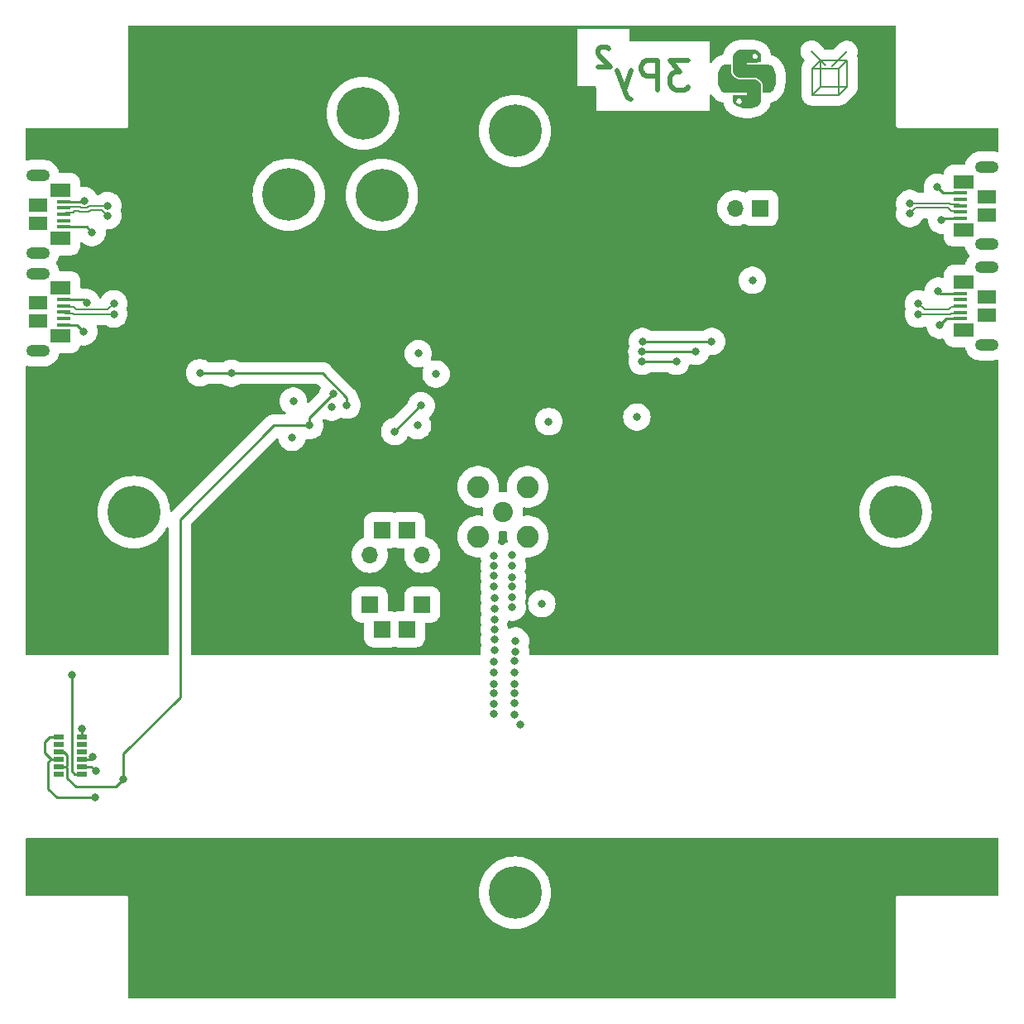
<source format=gbr>
%TF.GenerationSoftware,KiCad,Pcbnew,7.0.1*%
%TF.CreationDate,2024-01-14T19:17:53-07:00*%
%TF.ProjectId,antenna_top_cap,616e7465-6e6e-4615-9f74-6f705f636170,rev?*%
%TF.SameCoordinates,Original*%
%TF.FileFunction,Copper,L4,Bot*%
%TF.FilePolarity,Positive*%
%FSLAX46Y46*%
G04 Gerber Fmt 4.6, Leading zero omitted, Abs format (unit mm)*
G04 Created by KiCad (PCBNEW 7.0.1) date 2024-01-14 19:17:53*
%MOMM*%
%LPD*%
G01*
G04 APERTURE LIST*
%TA.AperFunction,NonConductor*%
%ADD10C,0.200000*%
%TD*%
%ADD11C,0.500000*%
%TA.AperFunction,NonConductor*%
%ADD12C,0.500000*%
%TD*%
%TA.AperFunction,ComponentPad*%
%ADD13O,1.700000X1.700000*%
%TD*%
%TA.AperFunction,ComponentPad*%
%ADD14R,1.700000X1.700000*%
%TD*%
%TA.AperFunction,ComponentPad*%
%ADD15C,5.400000*%
%TD*%
%TA.AperFunction,ComponentPad*%
%ADD16C,2.050000*%
%TD*%
%TA.AperFunction,ComponentPad*%
%ADD17C,2.250000*%
%TD*%
%TA.AperFunction,SMDPad,CuDef*%
%ADD18R,1.380000X0.450000*%
%TD*%
%TA.AperFunction,ComponentPad*%
%ADD19O,2.416000X1.208000*%
%TD*%
%TA.AperFunction,SMDPad,CuDef*%
%ADD20R,2.100000X1.475000*%
%TD*%
%TA.AperFunction,SMDPad,CuDef*%
%ADD21R,1.900000X1.375000*%
%TD*%
%TA.AperFunction,SMDPad,CuDef*%
%ADD22R,1.000000X0.500000*%
%TD*%
%TA.AperFunction,ViaPad*%
%ADD23C,0.800000*%
%TD*%
%TA.AperFunction,Conductor*%
%ADD24C,0.254000*%
%TD*%
%TA.AperFunction,Conductor*%
%ADD25C,0.250000*%
%TD*%
%TA.AperFunction,Conductor*%
%ADD26C,0.200000*%
%TD*%
G04 APERTURE END LIST*
D10*
X197125800Y-68679400D02*
X199825800Y-68679400D01*
X198975800Y-66829400D02*
X199825800Y-65979400D01*
X196275800Y-66829400D02*
X197125800Y-65979400D01*
X199805800Y-65089400D02*
X198325800Y-66569400D01*
X197125800Y-65979400D02*
X197125800Y-68679400D01*
X199825800Y-68679400D02*
X198975800Y-69529400D01*
X196275800Y-66829400D02*
X196275800Y-69529400D01*
X198975800Y-66829400D02*
X196275800Y-66829400D01*
X199825800Y-65979400D02*
X199825800Y-68679400D01*
X196275800Y-69529400D02*
X197125800Y-68679400D01*
X196275800Y-69529400D02*
X198975800Y-69529400D01*
X199825800Y-65979400D02*
X197125800Y-65979400D01*
X198975800Y-69529400D02*
X198975800Y-66829400D01*
X196175800Y-65079400D02*
X197645800Y-66549400D01*
D11*
D12*
X175477228Y-64835114D02*
X175381990Y-64739876D01*
X175381990Y-64739876D02*
X175191514Y-64644638D01*
X175191514Y-64644638D02*
X174715323Y-64644638D01*
X174715323Y-64644638D02*
X174524847Y-64739876D01*
X174524847Y-64739876D02*
X174429609Y-64835114D01*
X174429609Y-64835114D02*
X174334371Y-65025590D01*
X174334371Y-65025590D02*
X174334371Y-65216066D01*
X174334371Y-65216066D02*
X174429609Y-65501780D01*
X174429609Y-65501780D02*
X175572466Y-66644638D01*
X175572466Y-66644638D02*
X174334371Y-66644638D01*
D11*
D12*
X183603040Y-66021791D02*
X181745897Y-66021791D01*
X181745897Y-66021791D02*
X182745897Y-67164648D01*
X182745897Y-67164648D02*
X182317326Y-67164648D01*
X182317326Y-67164648D02*
X182031612Y-67307505D01*
X182031612Y-67307505D02*
X181888754Y-67450362D01*
X181888754Y-67450362D02*
X181745897Y-67736076D01*
X181745897Y-67736076D02*
X181745897Y-68450362D01*
X181745897Y-68450362D02*
X181888754Y-68736076D01*
X181888754Y-68736076D02*
X182031612Y-68878934D01*
X182031612Y-68878934D02*
X182317326Y-69021791D01*
X182317326Y-69021791D02*
X183174469Y-69021791D01*
X183174469Y-69021791D02*
X183460183Y-68878934D01*
X183460183Y-68878934D02*
X183603040Y-68736076D01*
X180460183Y-69021791D02*
X180460183Y-66021791D01*
X180460183Y-66021791D02*
X179317326Y-66021791D01*
X179317326Y-66021791D02*
X179031611Y-66164648D01*
X179031611Y-66164648D02*
X178888754Y-66307505D01*
X178888754Y-66307505D02*
X178745897Y-66593219D01*
X178745897Y-66593219D02*
X178745897Y-67021791D01*
X178745897Y-67021791D02*
X178888754Y-67307505D01*
X178888754Y-67307505D02*
X179031611Y-67450362D01*
X179031611Y-67450362D02*
X179317326Y-67593219D01*
X179317326Y-67593219D02*
X180460183Y-67593219D01*
X177745897Y-67021791D02*
X177031611Y-69021791D01*
X176317326Y-67021791D02*
X177031611Y-69021791D01*
X177031611Y-69021791D02*
X177317326Y-69736076D01*
X177317326Y-69736076D02*
X177460183Y-69878934D01*
X177460183Y-69878934D02*
X177745897Y-70021791D01*
%TA.AperFunction,EtchedComponent*%
%TO.C,G\u002A\u002A\u002A*%
G36*
X191016311Y-65609694D02*
G01*
X191017444Y-65645066D01*
X191020426Y-65793965D01*
X191027741Y-66212151D01*
X190306191Y-66218042D01*
X189584640Y-66223934D01*
X189584640Y-66402493D01*
X191838946Y-66424813D01*
X191966573Y-66484631D01*
X192018782Y-66511244D01*
X192177766Y-66624087D01*
X192309624Y-66771176D01*
X192412753Y-66950425D01*
X192485550Y-67159748D01*
X192545074Y-67446325D01*
X192576572Y-67771319D01*
X192567591Y-68095680D01*
X192518369Y-68428662D01*
X192469311Y-68631849D01*
X192396321Y-68840711D01*
X192307242Y-69010618D01*
X192200780Y-69143499D01*
X192075644Y-69241284D01*
X191930540Y-69305900D01*
X191884147Y-69315766D01*
X191791770Y-69326100D01*
X191671305Y-69333099D01*
X191532048Y-69336061D01*
X191225150Y-69337554D01*
X191225150Y-68973966D01*
X191224248Y-68857200D01*
X191218203Y-68694738D01*
X191205272Y-68562671D01*
X191184060Y-68452278D01*
X191153173Y-68354836D01*
X191111215Y-68261622D01*
X191105840Y-68251416D01*
X191029062Y-68140943D01*
X190923045Y-68030862D01*
X190800281Y-67932689D01*
X190673265Y-67857940D01*
X190522075Y-67786324D01*
X189606960Y-67775164D01*
X189397587Y-67772566D01*
X189208349Y-67769969D01*
X189055023Y-67767339D01*
X188933060Y-67764395D01*
X188837912Y-67760857D01*
X188765033Y-67756442D01*
X188709873Y-67750870D01*
X188667885Y-67743859D01*
X188634522Y-67735129D01*
X188605234Y-67724397D01*
X188575476Y-67711384D01*
X188484572Y-67658189D01*
X188373769Y-67564366D01*
X188276112Y-67451687D01*
X188204810Y-67333615D01*
X188198283Y-67319234D01*
X188187156Y-67291608D01*
X188178183Y-67261143D01*
X188171133Y-67223193D01*
X188165774Y-67173115D01*
X188161874Y-67106263D01*
X188159203Y-67017994D01*
X188157529Y-66903663D01*
X188156619Y-66758625D01*
X188156243Y-66578237D01*
X188156169Y-66357853D01*
X188156169Y-65522776D01*
X190136750Y-65522776D01*
X190137667Y-65618469D01*
X190176689Y-65717500D01*
X190180129Y-65722900D01*
X190234025Y-65781639D01*
X190298648Y-65823519D01*
X190352626Y-65842415D01*
X190445765Y-65850652D01*
X190528069Y-65818686D01*
X190607594Y-65744454D01*
X190616113Y-65734102D01*
X190654007Y-65674495D01*
X190669408Y-65609694D01*
X190667352Y-65520858D01*
X190659546Y-65473640D01*
X190622230Y-65401063D01*
X190548550Y-65341188D01*
X190488108Y-65312599D01*
X190390914Y-65298081D01*
X190301020Y-65318074D01*
X190224587Y-65366344D01*
X190167777Y-65436657D01*
X190136750Y-65522776D01*
X188156169Y-65522776D01*
X188156169Y-65487378D01*
X188210800Y-65376361D01*
X188220345Y-65357747D01*
X188317922Y-65218137D01*
X188448511Y-65097265D01*
X188602515Y-65004249D01*
X188687182Y-64968994D01*
X188816685Y-64929735D01*
X188966295Y-64900624D01*
X189142016Y-64880825D01*
X189349850Y-64869499D01*
X189595800Y-64865811D01*
X189665625Y-64866109D01*
X189967391Y-64876560D01*
X190228381Y-64902179D01*
X190449711Y-64943296D01*
X190632492Y-65000238D01*
X190777840Y-65073336D01*
X190886866Y-65162918D01*
X190960685Y-65269314D01*
X190976114Y-65302487D01*
X190990805Y-65342907D01*
X191001413Y-65389727D01*
X191008808Y-65450595D01*
X191013861Y-65533159D01*
X191016311Y-65609694D01*
G37*
%TD.AperFunction*%
%TA.AperFunction,EtchedComponent*%
G36*
X191016781Y-70131065D02*
G01*
X191016246Y-70142550D01*
X191011342Y-70197818D01*
X191004697Y-70239518D01*
X190996046Y-70272454D01*
X190985121Y-70301427D01*
X190971656Y-70331241D01*
X190907710Y-70433044D01*
X190810150Y-70539365D01*
X190692741Y-70635040D01*
X190567401Y-70708934D01*
X190474050Y-70747818D01*
X190339504Y-70794135D01*
X190191324Y-70837695D01*
X190045855Y-70873743D01*
X189919438Y-70897523D01*
X189910904Y-70898733D01*
X189683112Y-70917524D01*
X189449312Y-70913036D01*
X189216543Y-70887031D01*
X188991847Y-70841271D01*
X188782264Y-70777517D01*
X188594836Y-70697532D01*
X188436603Y-70603078D01*
X188314606Y-70495917D01*
X188309318Y-70489997D01*
X188249770Y-70415235D01*
X188206077Y-70338957D01*
X188175997Y-70252589D01*
X188166980Y-70201966D01*
X188506990Y-70201966D01*
X188530025Y-70289538D01*
X188583541Y-70365586D01*
X188669298Y-70421411D01*
X188700673Y-70433320D01*
X188798731Y-70449768D01*
X188884430Y-70425598D01*
X188965797Y-70359123D01*
X188996668Y-70319824D01*
X189036029Y-70226863D01*
X189040100Y-70131065D01*
X189012492Y-70041232D01*
X188956814Y-69966166D01*
X188876676Y-69914672D01*
X188775689Y-69895551D01*
X188684453Y-69910453D01*
X188603167Y-69957114D01*
X188545321Y-70027054D01*
X188512675Y-70111571D01*
X188506990Y-70201966D01*
X188166980Y-70201966D01*
X188157287Y-70147552D01*
X188147705Y-70015271D01*
X188145009Y-69847169D01*
X188145009Y-69539051D01*
X188864825Y-69533162D01*
X189584640Y-69527273D01*
X189591504Y-69432414D01*
X189598367Y-69337554D01*
X188462822Y-69337554D01*
X188389955Y-69337553D01*
X188127151Y-69337419D01*
X187904209Y-69336742D01*
X187717314Y-69335081D01*
X187562648Y-69331994D01*
X187436396Y-69327038D01*
X187334740Y-69319772D01*
X187253865Y-69309753D01*
X187189953Y-69296539D01*
X187139189Y-69279688D01*
X187097756Y-69258758D01*
X187061837Y-69233306D01*
X187027616Y-69202890D01*
X186991276Y-69167069D01*
X186945466Y-69115763D01*
X186854067Y-68978677D01*
X186772213Y-68809860D01*
X186702363Y-68617808D01*
X186646974Y-68411020D01*
X186608504Y-68197994D01*
X186589412Y-67987225D01*
X186592154Y-67787213D01*
X186607952Y-67622597D01*
X186646199Y-67370954D01*
X186698794Y-67141591D01*
X186764236Y-66938875D01*
X186841027Y-66767172D01*
X186927665Y-66630847D01*
X187022651Y-66534268D01*
X187044991Y-66517681D01*
X187104753Y-66479574D01*
X187167395Y-66452091D01*
X187241258Y-66433544D01*
X187334683Y-66422245D01*
X187456012Y-66416504D01*
X187613586Y-66414632D01*
X187963798Y-66413653D01*
X187970704Y-66843310D01*
X187977611Y-67272967D01*
X188049226Y-67424158D01*
X188109588Y-67533182D01*
X188235037Y-67689708D01*
X188388704Y-67814099D01*
X188566087Y-67903019D01*
X188762687Y-67953131D01*
X188801584Y-67957004D01*
X188888779Y-67961951D01*
X189009458Y-67966366D01*
X189157184Y-67970093D01*
X189325518Y-67972978D01*
X189508021Y-67974865D01*
X189698255Y-67975601D01*
X190481465Y-67976043D01*
X190618300Y-68044420D01*
X190642277Y-68056952D01*
X190785348Y-68158154D01*
X190899961Y-68287369D01*
X190978887Y-68436734D01*
X190989189Y-68465868D01*
X190999033Y-68500502D01*
X191006843Y-68540718D01*
X191012853Y-68591397D01*
X191017292Y-68657421D01*
X191020394Y-68743674D01*
X191022389Y-68855037D01*
X191023510Y-68996393D01*
X191023987Y-69172624D01*
X191024053Y-69388611D01*
X191024018Y-69494600D01*
X191023807Y-69689747D01*
X191023192Y-69847313D01*
X191021904Y-69972100D01*
X191019678Y-70068912D01*
X191016781Y-70131065D01*
G37*
%TD.AperFunction*%
%TD*%
D13*
%TO.P,J7,1,Power*%
%TO.N,Net-(J3-Pin_1)*%
X150975800Y-116609400D03*
D14*
X152245800Y-114069400D03*
X154785800Y-114069400D03*
D13*
X156345800Y-116609400D03*
D14*
%TO.P,J7,2,GND*%
%TO.N,Net-(J3-Pin_2)*%
X150975800Y-121689400D03*
X152245800Y-124229400D03*
X154785800Y-124229400D03*
X156345800Y-121689400D03*
%TD*%
D15*
%TO.P,TP3,1,1*%
%TO.N,GND*%
X150275800Y-71419400D03*
%TD*%
D14*
%TO.P,J1,1,Pin_1*%
%TO.N,/BATT_NEG*%
X190945800Y-81119400D03*
D13*
%TO.P,J1,2,Pin_2*%
%TO.N,/BATT_POS*%
X188405800Y-81119400D03*
%TD*%
D15*
%TO.P,TP7,1,1*%
%TO.N,GND*%
X142693713Y-79756113D03*
%TD*%
%TO.P,TP2,1,1*%
%TO.N,GND*%
X152215800Y-79769400D03*
%TD*%
%TO.P,TP5,1,1*%
%TO.N,GND*%
X126825800Y-112239400D03*
%TD*%
%TO.P,TP6,1,1*%
%TO.N,GND*%
X165835800Y-73239400D03*
%TD*%
%TO.P,TP1,1,1*%
%TO.N,GND*%
X165835800Y-151189400D03*
%TD*%
%TO.P,TP4,1,1*%
%TO.N,GND*%
X204805800Y-112189400D03*
%TD*%
D16*
%TO.P,J5,1,In*%
%TO.N,Balun*%
X164605800Y-112189400D03*
D17*
%TO.P,J5,2,Ext*%
%TO.N,GND*%
X162065800Y-109649400D03*
X162065800Y-114729400D03*
X167145800Y-109649400D03*
X167145800Y-114729400D03*
%TD*%
D18*
%TO.P,J10,1,VBUS*%
%TO.N,Net-(J10-VBUS)*%
X119655800Y-80444400D03*
%TO.P,J10,2,D-*%
%TO.N,/1d-*%
X119655800Y-81094400D03*
%TO.P,J10,3,D+*%
%TO.N,/1d+*%
X119655800Y-81744400D03*
%TO.P,J10,4,ID*%
%TO.N,unconnected-(J10-ID-Pad4)*%
X119655800Y-82394400D03*
%TO.P,J10,5,GND*%
%TO.N,GND*%
X119655800Y-83044400D03*
D19*
%TO.P,J10,SH1,Shield*%
X116995800Y-85694400D03*
D20*
%TO.P,J10,SH2*%
%TO.N,N/C*%
X119295800Y-84206900D03*
D21*
%TO.P,J10,SH3*%
X116995800Y-82681900D03*
%TO.P,J10,SH4*%
X116995800Y-80806900D03*
D20*
%TO.P,J10,SH5*%
X119295800Y-79281900D03*
D19*
%TO.P,J10,SH6*%
X116995800Y-77794400D03*
%TD*%
D18*
%TO.P,J13,1,VBUS*%
%TO.N,Net-(J13-VBUS)*%
X211435800Y-92444400D03*
%TO.P,J13,2,D-*%
%TO.N,/2d-*%
X211435800Y-91794400D03*
%TO.P,J13,3,D+*%
%TO.N,/2d+*%
X211435800Y-91144400D03*
%TO.P,J13,4,ID*%
%TO.N,unconnected-(J13-ID-Pad4)*%
X211435800Y-90494400D03*
%TO.P,J13,5,GND*%
%TO.N,GND*%
X211435800Y-89844400D03*
D19*
%TO.P,J13,SH1,Shield*%
X214095800Y-87194400D03*
D20*
%TO.P,J13,SH2*%
%TO.N,N/C*%
X211795800Y-88681900D03*
D21*
%TO.P,J13,SH3*%
X214095800Y-90206900D03*
%TO.P,J13,SH4*%
X214095800Y-92081900D03*
D20*
%TO.P,J13,SH5*%
X211795800Y-93606900D03*
D19*
%TO.P,J13,SH6*%
X214095800Y-95094400D03*
%TD*%
D18*
%TO.P,J15,1,VBUS*%
%TO.N,Net-(J15-VBUS)*%
X211435800Y-82169400D03*
%TO.P,J15,2,D-*%
%TO.N,/3d-*%
X211435800Y-81519400D03*
%TO.P,J15,3,D+*%
%TO.N,/3d+*%
X211435800Y-80869400D03*
%TO.P,J15,4,ID*%
%TO.N,unconnected-(J15-ID-Pad4)*%
X211435800Y-80219400D03*
%TO.P,J15,5,GND*%
%TO.N,GND*%
X211435800Y-79569400D03*
D19*
%TO.P,J15,SH1,Shield*%
X214095800Y-76919400D03*
D20*
%TO.P,J15,SH2*%
%TO.N,N/C*%
X211795800Y-78406900D03*
D21*
%TO.P,J15,SH3*%
X214095800Y-79931900D03*
%TO.P,J15,SH4*%
X214095800Y-81806900D03*
D20*
%TO.P,J15,SH5*%
X211795800Y-83331900D03*
D19*
%TO.P,J15,SH6*%
X214095800Y-84819400D03*
%TD*%
D18*
%TO.P,J11,1,VBUS*%
%TO.N,Net-(J11-VBUS)*%
X119655800Y-90469400D03*
%TO.P,J11,2,D-*%
%TO.N,/0d-*%
X119655800Y-91119400D03*
%TO.P,J11,3,D+*%
%TO.N,/0d+*%
X119655800Y-91769400D03*
%TO.P,J11,4,ID*%
%TO.N,unconnected-(J11-ID-Pad4)*%
X119655800Y-92419400D03*
%TO.P,J11,5,GND*%
%TO.N,GND*%
X119655800Y-93069400D03*
D19*
%TO.P,J11,SH1,Shield*%
X116995800Y-95719400D03*
D20*
%TO.P,J11,SH2*%
%TO.N,N/C*%
X119295800Y-94231900D03*
D21*
%TO.P,J11,SH3*%
X116995800Y-92706900D03*
%TO.P,J11,SH4*%
X116995800Y-90831900D03*
D20*
%TO.P,J11,SH5*%
X119295800Y-89306900D03*
D19*
%TO.P,J11,SH6*%
X116995800Y-87819400D03*
%TD*%
D22*
%TO.P,U1,1,GPIO1*%
%TO.N,/GPIO*%
X121525800Y-135279400D03*
%TO.P,U1,2,NC*%
%TO.N,unconnected-(U1-NC-Pad2)*%
X121525800Y-136029400D03*
%TO.P,U1,3,NC*%
%TO.N,unconnected-(U1-NC-Pad3)*%
X121525800Y-136779400D03*
%TO.P,U1,4,GPIO0*%
%TO.N,/XSHUT_2.8V*%
X121525800Y-137529400D03*
%TO.P,U1,5,SCL*%
%TO.N,/SCL_3V*%
X121525800Y-138279400D03*
%TO.P,U1,6,SDA*%
%TO.N,/SDA_3V*%
X121525800Y-139029400D03*
%TO.P,U1,7,NC*%
%TO.N,unconnected-(U1-NC-Pad7)*%
X119125800Y-139029400D03*
%TO.P,U1,8,AVDD_VCSEL*%
%TO.N,2.8V*%
X119125800Y-138279400D03*
%TO.P,U1,9,AVSS_VCSEL*%
%TO.N,GND*%
X119125800Y-137529400D03*
%TO.P,U1,10,AVDD*%
%TO.N,2.8V*%
X119125800Y-136779400D03*
%TO.P,U1,11,NC*%
%TO.N,unconnected-(U1-NC-Pad11)*%
X119125800Y-136029400D03*
%TO.P,U1,12,AVSS*%
%TO.N,GND*%
X119125800Y-135279400D03*
%TD*%
D23*
%TO.N,GND*%
X166395800Y-133959400D03*
X165885800Y-125429400D03*
X163695800Y-129819400D03*
X165785800Y-127499400D03*
X122535800Y-83619400D03*
X165545800Y-117729400D03*
X163705800Y-116759400D03*
X163695800Y-130809400D03*
X163695800Y-131849400D03*
X163705800Y-119859400D03*
X163695800Y-127589400D03*
X165785800Y-129809400D03*
X165785800Y-130799400D03*
X122897421Y-141398978D03*
X209075800Y-78979400D03*
X165545800Y-121979400D03*
X163715800Y-123269400D03*
X165785800Y-131819400D03*
X165785800Y-132959400D03*
X165545800Y-118879400D03*
X165545800Y-119869400D03*
X163705800Y-117749400D03*
X163715800Y-124259400D03*
X163705800Y-118789400D03*
X165545800Y-120909400D03*
X163715800Y-125299400D03*
X165545800Y-116649400D03*
X133575800Y-97979400D03*
X163715800Y-126369400D03*
X165785800Y-128649400D03*
X157755800Y-98109400D03*
X163695800Y-132919400D03*
X163715800Y-122119400D03*
X163695800Y-128669400D03*
X136795800Y-98019400D03*
X165885800Y-126499400D03*
X163715800Y-121039400D03*
X148635800Y-101279400D03*
X209175800Y-89609400D03*
X121705800Y-93769400D03*
%TO.N,3.3V*%
X147075800Y-101489400D03*
X169295800Y-102969400D03*
X155865800Y-103379400D03*
X143145800Y-100869400D03*
X178315800Y-102499400D03*
X155945800Y-96009400D03*
X168585800Y-121599400D03*
X190135800Y-88509400D03*
%TO.N,2.8V*%
X125765800Y-139589400D03*
X144825800Y-103370725D03*
X147215800Y-100149400D03*
%TO.N,/SCL_3V*%
X122944313Y-138770900D03*
%TO.N,/SDA_3V*%
X143015800Y-104569400D03*
X120455800Y-128919400D03*
%TO.N,SCL1*%
X156235800Y-101349400D03*
X153525800Y-103989400D03*
%TO.N,/GPIO*%
X121535800Y-134409400D03*
%TO.N,/XSHUT_2.8V*%
X122604434Y-137311857D03*
%TO.N,/1d-*%
X124159873Y-80864400D03*
%TO.N,/1d+*%
X124159873Y-81914400D03*
%TO.N,Net-(J10-VBUS)*%
X121745800Y-80359400D03*
%TO.N,/0d-*%
X124770784Y-90904400D03*
%TO.N,/0d+*%
X124770784Y-91954400D03*
%TO.N,/2d-*%
X207144972Y-91964400D03*
%TO.N,/2d+*%
X207144972Y-90914400D03*
%TO.N,/3d-*%
X206237842Y-81684400D03*
%TO.N,/3d+*%
X206237842Y-80634400D03*
%TO.N,Net-(J11-VBUS)*%
X121985800Y-90804899D03*
%TO.N,Net-(J13-VBUS)*%
X209325800Y-93099900D03*
%TO.N,Net-(J15-VBUS)*%
X209502184Y-82340211D03*
%TO.N,SPI0_MISO*%
X178875800Y-94779400D03*
X185965800Y-94779400D03*
%TO.N,SPI0_MOSI*%
X184345800Y-95789400D03*
X178824077Y-95810134D03*
%TO.N,SPI0_SCK*%
X178845800Y-96809400D03*
X182345800Y-96809400D03*
%TD*%
D24*
%TO.N,GND*%
X117725800Y-135779400D02*
X118225800Y-135279400D01*
X118225800Y-135279400D02*
X119125800Y-135279400D01*
X118371800Y-137529400D02*
X117725800Y-136883400D01*
D25*
X209675800Y-79579400D02*
X209075800Y-78979400D01*
X119655800Y-83059400D02*
X121975800Y-83059400D01*
X121005800Y-93069400D02*
X121705800Y-93769400D01*
D24*
X117725800Y-136883400D02*
X117725800Y-135779400D01*
D25*
X121975800Y-83059400D02*
X122535800Y-83619400D01*
X148635800Y-101279400D02*
X148635800Y-100544095D01*
D24*
X118065800Y-140589400D02*
X118065800Y-137835400D01*
X122894919Y-141459400D02*
X118935800Y-141459400D01*
X118371800Y-137529400D02*
X119125800Y-137529400D01*
D25*
X209405803Y-89839403D02*
X209175800Y-89609400D01*
X211435800Y-89839403D02*
X209405803Y-89839403D01*
X146111105Y-98019400D02*
X136795800Y-98019400D01*
D24*
X118935800Y-141459400D02*
X118065800Y-140589400D01*
D25*
X211435800Y-79579400D02*
X209675800Y-79579400D01*
D24*
X118065800Y-137835400D02*
X118371800Y-137529400D01*
X133615800Y-98019400D02*
X133575800Y-97979400D01*
D25*
X119655800Y-93069400D02*
X121005800Y-93069400D01*
X148635800Y-100544095D02*
X146111105Y-98019400D01*
D24*
X136795800Y-98019400D02*
X133615800Y-98019400D01*
%TO.N,2.8V*%
X124961640Y-140369400D02*
X125741640Y-139589400D01*
X119879800Y-138279400D02*
X119955800Y-138203400D01*
X131545800Y-131197547D02*
X125765800Y-136977547D01*
X144825800Y-103370725D02*
X141136341Y-103370725D01*
X119625800Y-136779400D02*
X119125800Y-136779400D01*
X141136341Y-103370725D02*
X131545800Y-112961266D01*
X144825800Y-102539400D02*
X144825800Y-103370725D01*
X119879800Y-138279400D02*
X119995800Y-138395400D01*
X119125800Y-138279400D02*
X119879800Y-138279400D01*
X119955800Y-138203400D02*
X119955800Y-137109400D01*
X147215800Y-100149400D02*
X144825800Y-102539400D01*
X125765800Y-136977547D02*
X125765800Y-139589400D01*
X125741640Y-139589400D02*
X125765800Y-139589400D01*
X119995800Y-139459400D02*
X120905800Y-140369400D01*
X119955800Y-137109400D02*
X119625800Y-136779400D01*
X131545800Y-112961266D02*
X131545800Y-131197547D01*
X120905800Y-140369400D02*
X124961640Y-140369400D01*
X119995800Y-138395400D02*
X119995800Y-139459400D01*
%TO.N,/SCL_3V*%
X122452813Y-138279400D02*
X122944313Y-138770900D01*
X121525800Y-138279400D02*
X122452813Y-138279400D01*
%TO.N,/SDA_3V*%
X121525800Y-139029400D02*
X120771800Y-139029400D01*
X120455800Y-138713400D02*
X120455800Y-128919400D01*
X120771800Y-139029400D02*
X120455800Y-138713400D01*
D25*
%TO.N,SCL1*%
X156165800Y-101349400D02*
X156235800Y-101349400D01*
X153525800Y-103989400D02*
X156165800Y-101349400D01*
D24*
%TO.N,/GPIO*%
X121535800Y-135269400D02*
X121525800Y-135279400D01*
X121535800Y-134409400D02*
X121535800Y-135269400D01*
%TO.N,/XSHUT_2.8V*%
X122386891Y-137529400D02*
X122604434Y-137311857D01*
X121525800Y-137529400D02*
X122386891Y-137529400D01*
D26*
%TO.N,/1d-*%
X121365850Y-80969400D02*
X121455850Y-81059400D01*
X119794403Y-80969400D02*
X121365850Y-80969400D01*
X121455850Y-81059400D02*
X122035750Y-81059400D01*
X119655800Y-81094400D02*
X119669403Y-81094400D01*
X122230750Y-80864400D02*
X124159873Y-80864400D01*
X122035750Y-81059400D02*
X122230750Y-80864400D01*
X119669403Y-81094400D02*
X119794403Y-80969400D01*
%TO.N,/1d+*%
X123559874Y-81314401D02*
X124159873Y-81914400D01*
X122417118Y-81314401D02*
X123559874Y-81314401D01*
X120645800Y-81419381D02*
X121179462Y-81419381D01*
X119780800Y-81619400D02*
X120645800Y-81619400D01*
X122222139Y-81509381D02*
X122417118Y-81314401D01*
X121179462Y-81419381D02*
X121269462Y-81509381D01*
X119669403Y-81759400D02*
X119655800Y-81759400D01*
X119655800Y-81744400D02*
X119780800Y-81619400D01*
X121269462Y-81509381D02*
X122222139Y-81509381D01*
X120645800Y-81619400D02*
X120645800Y-81419381D01*
D25*
%TO.N,Net-(J10-VBUS)*%
X121745800Y-80359400D02*
X121645800Y-80459400D01*
X121645800Y-80459400D02*
X119655800Y-80459400D01*
D26*
%TO.N,/0d-*%
X124170785Y-91504399D02*
X120892167Y-91504399D01*
X120892167Y-91504399D02*
X120632168Y-91244400D01*
X124770784Y-90904400D02*
X124170785Y-91504399D01*
X120632168Y-91244400D02*
X119780800Y-91244400D01*
X119780800Y-91244400D02*
X119655800Y-91119400D01*
%TO.N,/0d+*%
X124770784Y-91954400D02*
X120645800Y-91954400D01*
X120645800Y-91954400D02*
X120645800Y-91894400D01*
X120645800Y-91894400D02*
X119794403Y-91894400D01*
X119669403Y-91769400D02*
X119655800Y-91769400D01*
X119794403Y-91894400D02*
X119669403Y-91769400D01*
%TO.N,/2d-*%
X211422197Y-91794400D02*
X211297197Y-91919400D01*
X210445800Y-91964400D02*
X207144972Y-91964400D01*
X211297197Y-91919400D02*
X210445800Y-91919400D01*
X211435800Y-91794400D02*
X211422197Y-91794400D01*
X210445800Y-91919400D02*
X210445800Y-91964400D01*
%TO.N,/2d+*%
X211310800Y-91269400D02*
X210459431Y-91269400D01*
X210459431Y-91269400D02*
X210214432Y-91514399D01*
X207744971Y-91514399D02*
X207144972Y-90914400D01*
X210214432Y-91514399D02*
X207744971Y-91514399D01*
X211435800Y-91144400D02*
X211310800Y-91269400D01*
X211422197Y-91139403D02*
X211435800Y-91139403D01*
X211297197Y-91014403D02*
X211422197Y-91139403D01*
%TO.N,/3d-*%
X211310800Y-81404400D02*
X211435800Y-81529400D01*
X210459432Y-81404400D02*
X211310800Y-81404400D01*
X206837841Y-81084401D02*
X210139433Y-81084401D01*
X206237842Y-81684400D02*
X206837841Y-81084401D01*
X210139433Y-81084401D02*
X210459432Y-81404400D01*
%TO.N,/3d+*%
X211297197Y-80754400D02*
X211422197Y-80879400D01*
X210445800Y-80634400D02*
X210445800Y-80754400D01*
X211422197Y-80879400D02*
X211435800Y-80879400D01*
X206237842Y-80634400D02*
X210445800Y-80634400D01*
X210445800Y-80754400D02*
X211297197Y-80754400D01*
D25*
%TO.N,Net-(J11-VBUS)*%
X119655800Y-90469400D02*
X121650301Y-90469400D01*
X121650301Y-90469400D02*
X121985800Y-90804899D01*
%TO.N,Net-(J13-VBUS)*%
X211435800Y-92439403D02*
X209986297Y-92439403D01*
X209986297Y-92439403D02*
X209325800Y-93099900D01*
%TO.N,Net-(J15-VBUS)*%
X209662995Y-82179400D02*
X209502184Y-82340211D01*
X211435800Y-82179400D02*
X209662995Y-82179400D01*
%TO.N,SPI0_MISO*%
X185965800Y-94779400D02*
X178875800Y-94779400D01*
%TO.N,SPI0_MOSI*%
X184325066Y-95810134D02*
X184345800Y-95789400D01*
X178824077Y-95810134D02*
X184325066Y-95810134D01*
%TO.N,SPI0_SCK*%
X178845800Y-96809400D02*
X182345800Y-96809400D01*
%TD*%
%TA.AperFunction,NonConductor*%
G36*
X164974240Y-114197561D02*
G01*
X165024131Y-114230284D01*
X165053373Y-114282291D01*
X165055411Y-114341920D01*
X165035175Y-114439303D01*
X165015333Y-114729399D01*
X165035175Y-115019494D01*
X165075514Y-115213617D01*
X165073354Y-115273682D01*
X165043614Y-115325913D01*
X164993063Y-115358424D01*
X164981299Y-115362462D01*
X164777174Y-115472928D01*
X164632526Y-115585513D01*
X164582688Y-115609031D01*
X164527581Y-115609031D01*
X164477745Y-115585513D01*
X164474426Y-115582930D01*
X164474424Y-115582929D01*
X164474423Y-115582928D01*
X164270303Y-115472464D01*
X164199865Y-115448282D01*
X164149313Y-115415770D01*
X164119573Y-115363539D01*
X164117413Y-115303474D01*
X164131170Y-115237272D01*
X164176424Y-115019499D01*
X164196267Y-114729400D01*
X164176424Y-114439301D01*
X164156188Y-114341920D01*
X164158224Y-114282292D01*
X164187466Y-114230285D01*
X164237357Y-114197561D01*
X164296709Y-114191460D01*
X164467248Y-114214900D01*
X164467252Y-114214900D01*
X164744348Y-114214900D01*
X164744351Y-114214900D01*
X164914889Y-114191460D01*
X164974240Y-114197561D01*
G37*
%TD.AperFunction*%
%TA.AperFunction,NonConductor*%
G36*
X140601385Y-62419736D02*
G01*
X140602856Y-62419906D01*
X140615746Y-62419903D01*
X140615749Y-62419904D01*
X140637447Y-62419899D01*
X140637973Y-62419899D01*
X140659994Y-62419999D01*
X140659994Y-62419998D01*
X140672907Y-62420057D01*
X140674391Y-62419892D01*
X151848044Y-62417700D01*
X204719700Y-62417700D01*
X204782700Y-62434581D01*
X204828819Y-62480700D01*
X204845700Y-62543700D01*
X204845700Y-72671437D01*
X204845700Y-72762963D01*
X204849592Y-72771046D01*
X204849595Y-72771051D01*
X204858913Y-72797681D01*
X204860910Y-72806431D01*
X204866504Y-72813445D01*
X204881517Y-72837336D01*
X204885412Y-72845424D01*
X204892431Y-72851022D01*
X204912380Y-72870971D01*
X204917976Y-72877988D01*
X204926056Y-72881879D01*
X204926058Y-72881880D01*
X204949949Y-72896892D01*
X204956969Y-72902490D01*
X204965718Y-72904486D01*
X204992343Y-72913802D01*
X205000437Y-72917700D01*
X205023610Y-72917700D01*
X205091963Y-72917700D01*
X215219660Y-72917700D01*
X215282665Y-72934583D01*
X215328784Y-72980709D01*
X215345660Y-73043716D01*
X215345385Y-75264485D01*
X215332748Y-75319467D01*
X215297385Y-75363424D01*
X215246384Y-75387542D01*
X215189971Y-75386988D01*
X214951575Y-75329754D01*
X214762836Y-75314900D01*
X213428764Y-75314900D01*
X213271481Y-75327278D01*
X213240024Y-75329754D01*
X212994447Y-75388712D01*
X212761116Y-75485361D01*
X212545782Y-75617318D01*
X212353738Y-75781338D01*
X212189718Y-75973382D01*
X212057761Y-76188716D01*
X211961112Y-76422047D01*
X211925036Y-76572314D01*
X211900437Y-76622195D01*
X211856761Y-76656626D01*
X211802517Y-76668900D01*
X210687762Y-76668900D01*
X210568384Y-76679513D01*
X210372748Y-76735491D01*
X210192394Y-76829701D01*
X210034691Y-76958291D01*
X209906101Y-77115994D01*
X209811891Y-77296348D01*
X209755913Y-77491984D01*
X209749441Y-77564785D01*
X209731885Y-77618611D01*
X209692535Y-77659316D01*
X209639334Y-77678683D01*
X209583024Y-77672800D01*
X209543746Y-77659316D01*
X209420781Y-77617102D01*
X209191849Y-77578900D01*
X208959751Y-77578900D01*
X208730819Y-77617102D01*
X208730816Y-77617102D01*
X208730816Y-77617103D01*
X208511297Y-77692463D01*
X208307175Y-77802928D01*
X208124012Y-77945490D01*
X207966821Y-78116245D01*
X207839876Y-78310550D01*
X207746642Y-78523100D01*
X207704126Y-78690993D01*
X207689666Y-78748095D01*
X207679453Y-78871351D01*
X207670541Y-78978911D01*
X207670500Y-78979400D01*
X207689666Y-79210705D01*
X207689666Y-79210708D01*
X207689667Y-79210709D01*
X207731770Y-79376969D01*
X207732944Y-79433757D01*
X207709058Y-79485291D01*
X207664965Y-79521097D01*
X207609626Y-79533900D01*
X207147330Y-79533900D01*
X207106418Y-79527073D01*
X207069942Y-79507334D01*
X207006468Y-79457930D01*
X207006466Y-79457929D01*
X207006465Y-79457928D01*
X206802344Y-79347463D01*
X206653742Y-79296448D01*
X206582823Y-79272102D01*
X206353891Y-79233900D01*
X206121793Y-79233900D01*
X205892861Y-79272102D01*
X205892858Y-79272102D01*
X205892858Y-79272103D01*
X205673339Y-79347463D01*
X205469217Y-79457928D01*
X205286054Y-79600490D01*
X205128863Y-79771245D01*
X205001918Y-79965550D01*
X204908684Y-80178100D01*
X204865480Y-80348711D01*
X204851708Y-80403095D01*
X204841479Y-80526546D01*
X204832651Y-80633090D01*
X204832542Y-80634400D01*
X204851708Y-80865705D01*
X204851708Y-80865708D01*
X204851709Y-80865709D01*
X204908684Y-81090698D01*
X204916619Y-81108788D01*
X204927231Y-81159400D01*
X204916619Y-81210012D01*
X204908684Y-81228101D01*
X204867838Y-81389399D01*
X204851708Y-81453095D01*
X204832542Y-81684400D01*
X204851708Y-81915705D01*
X204851708Y-81915708D01*
X204851709Y-81915709D01*
X204908684Y-82140699D01*
X205001918Y-82353249D01*
X205128863Y-82547554D01*
X205250893Y-82680114D01*
X205286058Y-82718313D01*
X205399968Y-82806972D01*
X205469217Y-82860871D01*
X205673339Y-82971336D01*
X205892861Y-83046698D01*
X206121793Y-83084900D01*
X206353888Y-83084900D01*
X206353891Y-83084900D01*
X206582823Y-83046698D01*
X206802345Y-82971336D01*
X207006468Y-82860870D01*
X207189626Y-82718313D01*
X207346821Y-82547553D01*
X207473766Y-82353249D01*
X207514543Y-82260285D01*
X207542071Y-82220586D01*
X207582515Y-82194163D01*
X207629930Y-82184901D01*
X207972881Y-82184901D01*
X208038864Y-82203559D01*
X208085305Y-82254009D01*
X208098450Y-82321304D01*
X208096884Y-82340211D01*
X208116050Y-82571516D01*
X208116050Y-82571519D01*
X208116051Y-82571520D01*
X208173026Y-82796510D01*
X208266260Y-83009060D01*
X208393205Y-83203365D01*
X208550396Y-83374120D01*
X208550400Y-83374124D01*
X208662907Y-83461691D01*
X208733559Y-83516682D01*
X208789246Y-83546818D01*
X208937681Y-83627147D01*
X209157203Y-83702509D01*
X209386135Y-83740711D01*
X209386138Y-83740711D01*
X209619300Y-83740711D01*
X209682300Y-83757592D01*
X209728419Y-83803711D01*
X209745300Y-83866711D01*
X209745300Y-84127436D01*
X209755913Y-84246815D01*
X209811891Y-84442451D01*
X209871382Y-84556339D01*
X209906102Y-84622807D01*
X210034691Y-84780509D01*
X210192393Y-84909098D01*
X210278870Y-84954269D01*
X210372748Y-85003308D01*
X210372750Y-85003308D01*
X210372751Y-85003309D01*
X210568382Y-85059286D01*
X210687763Y-85069900D01*
X211802517Y-85069899D01*
X211856761Y-85082173D01*
X211900437Y-85116605D01*
X211925036Y-85166485D01*
X211961112Y-85316752D01*
X212057761Y-85550083D01*
X212180356Y-85750138D01*
X212189719Y-85765417D01*
X212326075Y-85925070D01*
X212352782Y-85977486D01*
X212352782Y-86036314D01*
X212326075Y-86088728D01*
X212238087Y-86191752D01*
X212189716Y-86248387D01*
X212057761Y-86463716D01*
X211961112Y-86697047D01*
X211925036Y-86847314D01*
X211900437Y-86897195D01*
X211856761Y-86931626D01*
X211802517Y-86943900D01*
X210687762Y-86943900D01*
X210568384Y-86954513D01*
X210372748Y-87010491D01*
X210192394Y-87104701D01*
X210034691Y-87233291D01*
X209906101Y-87390994D01*
X209811891Y-87571348D01*
X209755913Y-87766984D01*
X209745300Y-87886363D01*
X209745300Y-88147705D01*
X209731330Y-88205371D01*
X209692516Y-88250250D01*
X209637467Y-88272388D01*
X209578389Y-88266878D01*
X209520786Y-88247103D01*
X209520781Y-88247102D01*
X209291849Y-88208900D01*
X209059751Y-88208900D01*
X208830819Y-88247102D01*
X208830816Y-88247102D01*
X208830816Y-88247103D01*
X208611297Y-88322463D01*
X208407175Y-88432928D01*
X208224012Y-88575490D01*
X208066821Y-88746245D01*
X207939876Y-88940550D01*
X207846642Y-89153100D01*
X207789667Y-89378090D01*
X207789666Y-89378095D01*
X207780725Y-89486002D01*
X207763396Y-89540095D01*
X207724071Y-89581080D01*
X207670741Y-89600629D01*
X207614244Y-89594770D01*
X207489957Y-89552103D01*
X207489954Y-89552102D01*
X207489953Y-89552102D01*
X207261021Y-89513900D01*
X207028923Y-89513900D01*
X206799991Y-89552102D01*
X206799988Y-89552102D01*
X206799988Y-89552103D01*
X206580469Y-89627463D01*
X206376347Y-89737928D01*
X206193184Y-89880490D01*
X206035993Y-90051245D01*
X205909048Y-90245550D01*
X205815814Y-90458100D01*
X205761370Y-90673095D01*
X205758838Y-90683095D01*
X205739672Y-90914400D01*
X205758838Y-91145705D01*
X205758838Y-91145708D01*
X205758839Y-91145709D01*
X205815814Y-91370699D01*
X205823749Y-91388789D01*
X205834360Y-91439399D01*
X205823749Y-91490009D01*
X205815813Y-91508100D01*
X205761370Y-91723095D01*
X205758838Y-91733095D01*
X205739672Y-91964400D01*
X205758838Y-92195705D01*
X205758838Y-92195708D01*
X205758839Y-92195709D01*
X205815814Y-92420699D01*
X205909048Y-92633249D01*
X206035993Y-92827554D01*
X206183982Y-92988313D01*
X206193188Y-92998313D01*
X206300026Y-93081468D01*
X206376347Y-93140871D01*
X206536104Y-93227327D01*
X206580469Y-93251336D01*
X206799991Y-93326698D01*
X207028923Y-93364900D01*
X207261018Y-93364900D01*
X207261021Y-93364900D01*
X207489953Y-93326698D01*
X207709475Y-93251336D01*
X207753841Y-93227326D01*
X207813807Y-93212140D01*
X207873777Y-93227325D01*
X207919291Y-93269223D01*
X207937096Y-93321085D01*
X207937103Y-93321084D01*
X207937123Y-93321165D01*
X207939378Y-93327732D01*
X207939665Y-93331204D01*
X207996642Y-93556199D01*
X208089876Y-93768749D01*
X208216821Y-93963054D01*
X208347960Y-94105509D01*
X208374016Y-94133813D01*
X208492072Y-94225699D01*
X208557175Y-94276371D01*
X208610567Y-94305265D01*
X208761297Y-94386836D01*
X208980819Y-94462198D01*
X209209751Y-94500400D01*
X209441849Y-94500400D01*
X209441851Y-94500400D01*
X209500710Y-94490577D01*
X209624815Y-94469868D01*
X209685244Y-94474564D01*
X209736490Y-94506934D01*
X209766691Y-94559487D01*
X209811889Y-94717447D01*
X209872212Y-94832928D01*
X209906102Y-94897807D01*
X210034691Y-95055509D01*
X210192393Y-95184098D01*
X210211168Y-95193905D01*
X210372748Y-95278308D01*
X210372750Y-95278308D01*
X210372751Y-95278309D01*
X210568382Y-95334286D01*
X210687763Y-95344900D01*
X211802517Y-95344899D01*
X211856761Y-95357173D01*
X211900437Y-95391605D01*
X211925036Y-95441485D01*
X211961112Y-95591752D01*
X212057761Y-95825083D01*
X212189718Y-96040417D01*
X212353738Y-96232461D01*
X212545782Y-96396481D01*
X212761116Y-96528438D01*
X212761118Y-96528438D01*
X212761120Y-96528440D01*
X212994449Y-96625088D01*
X213240025Y-96684046D01*
X213428764Y-96698900D01*
X214762831Y-96698900D01*
X214762836Y-96698900D01*
X214951575Y-96684046D01*
X215189890Y-96626830D01*
X215246306Y-96626277D01*
X215297309Y-96650400D01*
X215332672Y-96694362D01*
X215345304Y-96749349D01*
X215345520Y-126753399D01*
X215328640Y-126816399D01*
X215282520Y-126862519D01*
X215219520Y-126879400D01*
X197977991Y-126879400D01*
X197929773Y-126869809D01*
X197929161Y-126869400D01*
X197915800Y-126869400D01*
X167397313Y-126869400D01*
X167331330Y-126850742D01*
X167284889Y-126800293D01*
X167271743Y-126732995D01*
X167271932Y-126730712D01*
X167271934Y-126730705D01*
X167291100Y-126499400D01*
X167271934Y-126268095D01*
X167214957Y-126043100D01*
X167202637Y-126015013D01*
X167192024Y-125964398D01*
X167202638Y-125913783D01*
X167202938Y-125913100D01*
X167214957Y-125885700D01*
X167271934Y-125660705D01*
X167291100Y-125429400D01*
X167271934Y-125198095D01*
X167214957Y-124973100D01*
X167121724Y-124760551D01*
X166994779Y-124566247D01*
X166994778Y-124566245D01*
X166837587Y-124395490D01*
X166837586Y-124395489D01*
X166837584Y-124395487D01*
X166662739Y-124259400D01*
X166654424Y-124252928D01*
X166450302Y-124142463D01*
X166301700Y-124091448D01*
X166230781Y-124067102D01*
X166001849Y-124028900D01*
X165769751Y-124028900D01*
X165540819Y-124067102D01*
X165540816Y-124067102D01*
X165540816Y-124067103D01*
X165321292Y-124142465D01*
X165290028Y-124159384D01*
X165230059Y-124174569D01*
X165170090Y-124159381D01*
X165124577Y-124117482D01*
X165104492Y-124058971D01*
X165101934Y-124028095D01*
X165044957Y-123803100D01*
X165044955Y-123803096D01*
X165042989Y-123795331D01*
X165042989Y-123733467D01*
X165044954Y-123725706D01*
X165044957Y-123725700D01*
X165101934Y-123500705D01*
X165104976Y-123463992D01*
X165129019Y-123399778D01*
X165183130Y-123357662D01*
X165251283Y-123350119D01*
X165285878Y-123355891D01*
X165429748Y-123379900D01*
X165429751Y-123379900D01*
X165661846Y-123379900D01*
X165661849Y-123379900D01*
X165890781Y-123341698D01*
X166110303Y-123266336D01*
X166314426Y-123155870D01*
X166497584Y-123013313D01*
X166654779Y-122842553D01*
X166781724Y-122648249D01*
X166874957Y-122435700D01*
X166931934Y-122210705D01*
X166951100Y-121979400D01*
X166931934Y-121748095D01*
X166894279Y-121599400D01*
X167180500Y-121599400D01*
X167199666Y-121830705D01*
X167199666Y-121830708D01*
X167199667Y-121830709D01*
X167256642Y-122055699D01*
X167349876Y-122268249D01*
X167476821Y-122462554D01*
X167600989Y-122597436D01*
X167634016Y-122633313D01*
X167712501Y-122694400D01*
X167817175Y-122775871D01*
X167885974Y-122813103D01*
X168021297Y-122886336D01*
X168240819Y-122961698D01*
X168469751Y-122999900D01*
X168701846Y-122999900D01*
X168701849Y-122999900D01*
X168930781Y-122961698D01*
X169150303Y-122886336D01*
X169354426Y-122775870D01*
X169537584Y-122633313D01*
X169694779Y-122462553D01*
X169821724Y-122268249D01*
X169914957Y-122055700D01*
X169971934Y-121830705D01*
X169991100Y-121599400D01*
X169971934Y-121368095D01*
X169914957Y-121143100D01*
X169821724Y-120930551D01*
X169741716Y-120808090D01*
X169694778Y-120736245D01*
X169537587Y-120565490D01*
X169537586Y-120565489D01*
X169537584Y-120565487D01*
X169376376Y-120440014D01*
X169354424Y-120422928D01*
X169150302Y-120312463D01*
X169001700Y-120261448D01*
X168930781Y-120237102D01*
X168701849Y-120198900D01*
X168469751Y-120198900D01*
X168240819Y-120237102D01*
X168240816Y-120237102D01*
X168240816Y-120237103D01*
X168021297Y-120312463D01*
X167817175Y-120422928D01*
X167634012Y-120565490D01*
X167476821Y-120736245D01*
X167349876Y-120930550D01*
X167256642Y-121143100D01*
X167199667Y-121368090D01*
X167199666Y-121368095D01*
X167180500Y-121599400D01*
X166894279Y-121599400D01*
X166874957Y-121523100D01*
X166862636Y-121495013D01*
X166852024Y-121444400D01*
X166862637Y-121393785D01*
X166873906Y-121368095D01*
X166874957Y-121365700D01*
X166931934Y-121140705D01*
X166951100Y-120909400D01*
X166931934Y-120678095D01*
X166874957Y-120453100D01*
X166869217Y-120440014D01*
X166858604Y-120389400D01*
X166869217Y-120338786D01*
X166874957Y-120325699D01*
X166885012Y-120285993D01*
X166931934Y-120100705D01*
X166951100Y-119869400D01*
X166931934Y-119638095D01*
X166874957Y-119413100D01*
X166874954Y-119413095D01*
X166872989Y-119405332D01*
X166872989Y-119343468D01*
X166874954Y-119335704D01*
X166874957Y-119335700D01*
X166931934Y-119110705D01*
X166951100Y-118879400D01*
X166931934Y-118648095D01*
X166874957Y-118423100D01*
X166845090Y-118355011D01*
X166834478Y-118304398D01*
X166845089Y-118253788D01*
X166874957Y-118185700D01*
X166931934Y-117960705D01*
X166951100Y-117729400D01*
X166931934Y-117498095D01*
X166874957Y-117273100D01*
X166860444Y-117240014D01*
X166849831Y-117189400D01*
X166860444Y-117138786D01*
X166874957Y-117105700D01*
X166914395Y-116949968D01*
X166939278Y-116900798D01*
X166982765Y-116866951D01*
X167036539Y-116854900D01*
X167291192Y-116854900D01*
X167579250Y-116815307D01*
X167579251Y-116815306D01*
X167579256Y-116815306D01*
X167859250Y-116736856D01*
X168125953Y-116621010D01*
X168374398Y-116469927D01*
X168599957Y-116286422D01*
X168798427Y-116073912D01*
X168966112Y-115836356D01*
X169099888Y-115578180D01*
X169197264Y-115304193D01*
X169256424Y-115019499D01*
X169276267Y-114729400D01*
X169256424Y-114439301D01*
X169197264Y-114154607D01*
X169099888Y-113880620D01*
X168966112Y-113622444D01*
X168966110Y-113622441D01*
X168798429Y-113384890D01*
X168599958Y-113172378D01*
X168374398Y-112988873D01*
X168125951Y-112837789D01*
X167859250Y-112721944D01*
X167579250Y-112643492D01*
X167291192Y-112603900D01*
X167291188Y-112603900D01*
X167000412Y-112603900D01*
X167000408Y-112603900D01*
X166753161Y-112637883D01*
X166693808Y-112631782D01*
X166643917Y-112599057D01*
X166614676Y-112547049D01*
X166612640Y-112487422D01*
X166617123Y-112465850D01*
X166636033Y-112189400D01*
X166636033Y-112189399D01*
X201100221Y-112189399D01*
X201120521Y-112576732D01*
X201181198Y-112959833D01*
X201281587Y-113334492D01*
X201420583Y-113696589D01*
X201596675Y-114042189D01*
X201807927Y-114367489D01*
X202052018Y-114668916D01*
X202326283Y-114943181D01*
X202627710Y-115187272D01*
X202627715Y-115187275D01*
X202627716Y-115187276D01*
X202953011Y-115398525D01*
X203298606Y-115574614D01*
X203298610Y-115574616D01*
X203660707Y-115713612D01*
X203660709Y-115713612D01*
X203660713Y-115713614D01*
X204035367Y-115814002D01*
X204418462Y-115874678D01*
X204805800Y-115894978D01*
X205193138Y-115874678D01*
X205576233Y-115814002D01*
X205950887Y-115713614D01*
X206131940Y-115644114D01*
X206312989Y-115574616D01*
X206312989Y-115574615D01*
X206312994Y-115574614D01*
X206658589Y-115398525D01*
X206983884Y-115187276D01*
X207285316Y-114943181D01*
X207559581Y-114668916D01*
X207803676Y-114367484D01*
X208014925Y-114042189D01*
X208191014Y-113696594D01*
X208330014Y-113334487D01*
X208430402Y-112959833D01*
X208491078Y-112576738D01*
X208511378Y-112189400D01*
X208491078Y-111802062D01*
X208430402Y-111418967D01*
X208330014Y-111044313D01*
X208310666Y-110993909D01*
X208191016Y-110682210D01*
X208040401Y-110386611D01*
X208014925Y-110336611D01*
X207803676Y-110011316D01*
X207803675Y-110011315D01*
X207803672Y-110011310D01*
X207559581Y-109709883D01*
X207285316Y-109435618D01*
X206983889Y-109191527D01*
X206658589Y-108980275D01*
X206312989Y-108804183D01*
X205950892Y-108665187D01*
X205576233Y-108564798D01*
X205193132Y-108504121D01*
X204805800Y-108483821D01*
X204418467Y-108504121D01*
X204035366Y-108564798D01*
X203660707Y-108665187D01*
X203298610Y-108804183D01*
X202953010Y-108980275D01*
X202627710Y-109191527D01*
X202326283Y-109435618D01*
X202052018Y-109709883D01*
X201807927Y-110011310D01*
X201596675Y-110336610D01*
X201420583Y-110682210D01*
X201281587Y-111044307D01*
X201181198Y-111418966D01*
X201120521Y-111802067D01*
X201100221Y-112189399D01*
X166636033Y-112189399D01*
X166617123Y-111912950D01*
X166612640Y-111891377D01*
X166614676Y-111831749D01*
X166643918Y-111779741D01*
X166693809Y-111747017D01*
X166753160Y-111740916D01*
X166797548Y-111747017D01*
X167000409Y-111774900D01*
X167000412Y-111774900D01*
X167291188Y-111774900D01*
X167291192Y-111774900D01*
X167579250Y-111735307D01*
X167579251Y-111735306D01*
X167579256Y-111735306D01*
X167859250Y-111656856D01*
X168125953Y-111541010D01*
X168374398Y-111389927D01*
X168599957Y-111206422D01*
X168798427Y-110993912D01*
X168966112Y-110756356D01*
X169099888Y-110498180D01*
X169197264Y-110224193D01*
X169256424Y-109939499D01*
X169276267Y-109649400D01*
X169256424Y-109359301D01*
X169197264Y-109074607D01*
X169099888Y-108800620D01*
X168966112Y-108542444D01*
X168960025Y-108533821D01*
X168798429Y-108304890D01*
X168599958Y-108092378D01*
X168374398Y-107908873D01*
X168125951Y-107757789D01*
X167859250Y-107641944D01*
X167579250Y-107563492D01*
X167291192Y-107523900D01*
X167291188Y-107523900D01*
X167000412Y-107523900D01*
X167000408Y-107523900D01*
X166712349Y-107563492D01*
X166432349Y-107641944D01*
X166165648Y-107757789D01*
X165917201Y-107908873D01*
X165691641Y-108092378D01*
X165493170Y-108304890D01*
X165325489Y-108542441D01*
X165191712Y-108800618D01*
X165094336Y-109074606D01*
X165035175Y-109359305D01*
X165015333Y-109649400D01*
X165035175Y-109939496D01*
X165055411Y-110036879D01*
X165053373Y-110096508D01*
X165024131Y-110148515D01*
X164974241Y-110181238D01*
X164914890Y-110187340D01*
X164822788Y-110174681D01*
X164744348Y-110163900D01*
X164467252Y-110163900D01*
X164413523Y-110171284D01*
X164296708Y-110187340D01*
X164237356Y-110181238D01*
X164187466Y-110148514D01*
X164158224Y-110096506D01*
X164156188Y-110036879D01*
X164176424Y-109939499D01*
X164196267Y-109649400D01*
X164176424Y-109359301D01*
X164117264Y-109074607D01*
X164019888Y-108800620D01*
X163886112Y-108542444D01*
X163880025Y-108533821D01*
X163718429Y-108304890D01*
X163519958Y-108092378D01*
X163294398Y-107908873D01*
X163045951Y-107757789D01*
X162779250Y-107641944D01*
X162499250Y-107563492D01*
X162211192Y-107523900D01*
X162211188Y-107523900D01*
X161920412Y-107523900D01*
X161920408Y-107523900D01*
X161632349Y-107563492D01*
X161352349Y-107641944D01*
X161085648Y-107757789D01*
X160837201Y-107908873D01*
X160611641Y-108092378D01*
X160413170Y-108304890D01*
X160245489Y-108542441D01*
X160111712Y-108800618D01*
X160014336Y-109074606D01*
X159955175Y-109359305D01*
X159935333Y-109649400D01*
X159955175Y-109939494D01*
X159955175Y-109939498D01*
X159955176Y-109939499D01*
X159970100Y-110011316D01*
X160014336Y-110224193D01*
X160111712Y-110498181D01*
X160245489Y-110756358D01*
X160413170Y-110993909D01*
X160611641Y-111206421D01*
X160785509Y-111347872D01*
X160837202Y-111389927D01*
X161085647Y-111541010D01*
X161352350Y-111656856D01*
X161632344Y-111735306D01*
X161632346Y-111735306D01*
X161632349Y-111735307D01*
X161920408Y-111774900D01*
X161920412Y-111774900D01*
X162211188Y-111774900D01*
X162211191Y-111774900D01*
X162331165Y-111758409D01*
X162458438Y-111740916D01*
X162517787Y-111747017D01*
X162567677Y-111779738D01*
X162596920Y-111831744D01*
X162598960Y-111891372D01*
X162594476Y-111912950D01*
X162575567Y-112189399D01*
X162575567Y-112189400D01*
X162576971Y-112209932D01*
X162594476Y-112465846D01*
X162598960Y-112487422D01*
X162596922Y-112547052D01*
X162567680Y-112599059D01*
X162517790Y-112631782D01*
X162458438Y-112637883D01*
X162211192Y-112603900D01*
X162211188Y-112603900D01*
X161920412Y-112603900D01*
X161920408Y-112603900D01*
X161632349Y-112643492D01*
X161352349Y-112721944D01*
X161085648Y-112837789D01*
X160837201Y-112988873D01*
X160611641Y-113172378D01*
X160413170Y-113384890D01*
X160245489Y-113622441D01*
X160111712Y-113880618D01*
X160014336Y-114154606D01*
X159955175Y-114439305D01*
X159935333Y-114729399D01*
X159955175Y-115019494D01*
X160014336Y-115304193D01*
X160111712Y-115578181D01*
X160245489Y-115836358D01*
X160413170Y-116073909D01*
X160611641Y-116286421D01*
X160785509Y-116427872D01*
X160837202Y-116469927D01*
X161085647Y-116621010D01*
X161352350Y-116736856D01*
X161632344Y-116815306D01*
X161632346Y-116815306D01*
X161632349Y-116815307D01*
X161920408Y-116854900D01*
X162192422Y-116854900D01*
X162252391Y-116870086D01*
X162297905Y-116911984D01*
X162317991Y-116970491D01*
X162319666Y-116990705D01*
X162319666Y-116990708D01*
X162319667Y-116990709D01*
X162378610Y-117223469D01*
X162378610Y-117285331D01*
X162319667Y-117518090D01*
X162319666Y-117518095D01*
X162300500Y-117749400D01*
X162319666Y-117980705D01*
X162319666Y-117980708D01*
X162319667Y-117980709D01*
X162376642Y-118205699D01*
X162382385Y-118218792D01*
X162392995Y-118269400D01*
X162382385Y-118320008D01*
X162376642Y-118333100D01*
X162319667Y-118558090D01*
X162319666Y-118558095D01*
X162300500Y-118789400D01*
X162319666Y-119020705D01*
X162319666Y-119020708D01*
X162319667Y-119020709D01*
X162376641Y-119245696D01*
X162388964Y-119273789D01*
X162399575Y-119324400D01*
X162388964Y-119375011D01*
X162376641Y-119403103D01*
X162319667Y-119628090D01*
X162319666Y-119628095D01*
X162300500Y-119859400D01*
X162319666Y-120090705D01*
X162319666Y-120090708D01*
X162319667Y-120090709D01*
X162376641Y-120315696D01*
X162418088Y-120410185D01*
X162428700Y-120460797D01*
X162418088Y-120511410D01*
X162386642Y-120583101D01*
X162336435Y-120781364D01*
X162329666Y-120808095D01*
X162310500Y-121039400D01*
X162329666Y-121270705D01*
X162329666Y-121270708D01*
X162329667Y-121270709D01*
X162386641Y-121495696D01*
X162401156Y-121528786D01*
X162411768Y-121579397D01*
X162401157Y-121630009D01*
X162386642Y-121663100D01*
X162344199Y-121830705D01*
X162329666Y-121888095D01*
X162310500Y-122119400D01*
X162329666Y-122350705D01*
X162329666Y-122350708D01*
X162329667Y-122350709D01*
X162386642Y-122575698D01*
X162416508Y-122643787D01*
X162427120Y-122694398D01*
X162416509Y-122745010D01*
X162386641Y-122813103D01*
X162329667Y-123038090D01*
X162329666Y-123038095D01*
X162310500Y-123269400D01*
X162329666Y-123500705D01*
X162329666Y-123500708D01*
X162329667Y-123500709D01*
X162388610Y-123733469D01*
X162388610Y-123795331D01*
X162386643Y-123803100D01*
X162329666Y-124028095D01*
X162310500Y-124259400D01*
X162329666Y-124490705D01*
X162329666Y-124490708D01*
X162329667Y-124490709D01*
X162386642Y-124715699D01*
X162392385Y-124728792D01*
X162402995Y-124779400D01*
X162392385Y-124830008D01*
X162386642Y-124843100D01*
X162353722Y-124973100D01*
X162329666Y-125068095D01*
X162310500Y-125299400D01*
X162329666Y-125530705D01*
X162329666Y-125530708D01*
X162329667Y-125530709D01*
X162386642Y-125755698D01*
X162398963Y-125783787D01*
X162409575Y-125834398D01*
X162398964Y-125885009D01*
X162386642Y-125913100D01*
X162344403Y-126079899D01*
X162329666Y-126138095D01*
X162310500Y-126369400D01*
X162329666Y-126600705D01*
X162357969Y-126712470D01*
X162359143Y-126769257D01*
X162335257Y-126820791D01*
X162291164Y-126856597D01*
X162235825Y-126869400D01*
X132872439Y-126869400D01*
X132871827Y-126869809D01*
X132823609Y-126879400D01*
X132799300Y-126879400D01*
X132736300Y-126862519D01*
X132690181Y-126816400D01*
X132673300Y-126753400D01*
X132673300Y-122597437D01*
X149125300Y-122597437D01*
X149135913Y-122716815D01*
X149191891Y-122912451D01*
X149257520Y-123038090D01*
X149286102Y-123092807D01*
X149414691Y-123250509D01*
X149572393Y-123379098D01*
X149611983Y-123399778D01*
X149752748Y-123473308D01*
X149752750Y-123473308D01*
X149752751Y-123473309D01*
X149948382Y-123529286D01*
X150067763Y-123539900D01*
X150269300Y-123539899D01*
X150332300Y-123556780D01*
X150378419Y-123602899D01*
X150395300Y-123665899D01*
X150395300Y-125137437D01*
X150405913Y-125256815D01*
X150461891Y-125452451D01*
X150552234Y-125625403D01*
X150556102Y-125632807D01*
X150684691Y-125790509D01*
X150842393Y-125919098D01*
X150928870Y-125964269D01*
X151022748Y-126013308D01*
X151022750Y-126013308D01*
X151022751Y-126013309D01*
X151218382Y-126069286D01*
X151337763Y-126079900D01*
X153153836Y-126079899D01*
X153153837Y-126079899D01*
X153273218Y-126069286D01*
X153273217Y-126069286D01*
X153468849Y-126013309D01*
X153468853Y-126013306D01*
X153481136Y-126009792D01*
X153550462Y-126009792D01*
X153562748Y-126013307D01*
X153562751Y-126013309D01*
X153666866Y-126043100D01*
X153758381Y-126069286D01*
X153768128Y-126070152D01*
X153877763Y-126079900D01*
X155693836Y-126079899D01*
X155693837Y-126079899D01*
X155723681Y-126077245D01*
X155813218Y-126069286D01*
X156008849Y-126013309D01*
X156189207Y-125919098D01*
X156346909Y-125790509D01*
X156475498Y-125632807D01*
X156569709Y-125452449D01*
X156625686Y-125256818D01*
X156636300Y-125137437D01*
X156636299Y-123665898D01*
X156653180Y-123602899D01*
X156699299Y-123556780D01*
X156762299Y-123539899D01*
X157253837Y-123539899D01*
X157283681Y-123537245D01*
X157373218Y-123529286D01*
X157568849Y-123473309D01*
X157749207Y-123379098D01*
X157906909Y-123250509D01*
X158035498Y-123092807D01*
X158129709Y-122912449D01*
X158185686Y-122716818D01*
X158196300Y-122597437D01*
X158196299Y-120781364D01*
X158185686Y-120661982D01*
X158129709Y-120466351D01*
X158129708Y-120466350D01*
X158129708Y-120466348D01*
X158056239Y-120325700D01*
X158035498Y-120285993D01*
X157906909Y-120128291D01*
X157749207Y-119999702D01*
X157741803Y-119995834D01*
X157568851Y-119905491D01*
X157373215Y-119849513D01*
X157266745Y-119840047D01*
X157253836Y-119838900D01*
X155437762Y-119838900D01*
X155318384Y-119849513D01*
X155122748Y-119905491D01*
X154942394Y-119999701D01*
X154784691Y-120128291D01*
X154656101Y-120285994D01*
X154561891Y-120466348D01*
X154505913Y-120661984D01*
X154495300Y-120781363D01*
X154495300Y-122252900D01*
X154478419Y-122315900D01*
X154432300Y-122362019D01*
X154369300Y-122378900D01*
X153877762Y-122378900D01*
X153758384Y-122389513D01*
X153550462Y-122449007D01*
X153481138Y-122449007D01*
X153273215Y-122389513D01*
X153153837Y-122378900D01*
X152952299Y-122378900D01*
X152889299Y-122362019D01*
X152843180Y-122315900D01*
X152826299Y-122252900D01*
X152826299Y-120781363D01*
X152815686Y-120661984D01*
X152815686Y-120661982D01*
X152759709Y-120466351D01*
X152759708Y-120466350D01*
X152759708Y-120466348D01*
X152686239Y-120325700D01*
X152665498Y-120285993D01*
X152536909Y-120128291D01*
X152379207Y-119999702D01*
X152371803Y-119995834D01*
X152198851Y-119905491D01*
X152003215Y-119849513D01*
X151896745Y-119840047D01*
X151883836Y-119838900D01*
X150067762Y-119838900D01*
X149948384Y-119849513D01*
X149752748Y-119905491D01*
X149572394Y-119999701D01*
X149414691Y-120128291D01*
X149286101Y-120285994D01*
X149191891Y-120466348D01*
X149135913Y-120661984D01*
X149125300Y-120781363D01*
X149125300Y-122597437D01*
X132673300Y-122597437D01*
X132673300Y-116609399D01*
X149120572Y-116609399D01*
X149139456Y-116873423D01*
X149160573Y-116970494D01*
X149195723Y-117132078D01*
X149288226Y-117380089D01*
X149363581Y-117518090D01*
X149415085Y-117612413D01*
X149573714Y-117824317D01*
X149760882Y-118011485D01*
X149760885Y-118011487D01*
X149972789Y-118170116D01*
X150205111Y-118296974D01*
X150453122Y-118389477D01*
X150711774Y-118445743D01*
X150975800Y-118464627D01*
X151239826Y-118445743D01*
X151498478Y-118389477D01*
X151746489Y-118296974D01*
X151978811Y-118170116D01*
X152190715Y-118011487D01*
X152377887Y-117824315D01*
X152536516Y-117612411D01*
X152663374Y-117380089D01*
X152755877Y-117132078D01*
X152812143Y-116873426D01*
X152831027Y-116609400D01*
X152812143Y-116345374D01*
X152755877Y-116086722D01*
X152755876Y-116086719D01*
X152753961Y-116077916D01*
X152755631Y-116077552D01*
X152750113Y-116030193D01*
X152771632Y-115974037D01*
X152816729Y-115934251D01*
X152875130Y-115919899D01*
X153153837Y-115919899D01*
X153273218Y-115909286D01*
X153273217Y-115909286D01*
X153468849Y-115853309D01*
X153468853Y-115853306D01*
X153481136Y-115849792D01*
X153550462Y-115849792D01*
X153562748Y-115853307D01*
X153562751Y-115853309D01*
X153696752Y-115891651D01*
X153758381Y-115909286D01*
X153768128Y-115910152D01*
X153877763Y-115919900D01*
X154446470Y-115919899D01*
X154504871Y-115934251D01*
X154549968Y-115974037D01*
X154571487Y-116030193D01*
X154565968Y-116077552D01*
X154567639Y-116077916D01*
X154509456Y-116345376D01*
X154490572Y-116609399D01*
X154509456Y-116873423D01*
X154530573Y-116970494D01*
X154565723Y-117132078D01*
X154658226Y-117380089D01*
X154733581Y-117518090D01*
X154785085Y-117612413D01*
X154943714Y-117824317D01*
X155130882Y-118011485D01*
X155130885Y-118011487D01*
X155342789Y-118170116D01*
X155575111Y-118296974D01*
X155823122Y-118389477D01*
X156081774Y-118445743D01*
X156345800Y-118464627D01*
X156609826Y-118445743D01*
X156868478Y-118389477D01*
X157116489Y-118296974D01*
X157348811Y-118170116D01*
X157560715Y-118011487D01*
X157747887Y-117824315D01*
X157906516Y-117612411D01*
X158033374Y-117380089D01*
X158125877Y-117132078D01*
X158182143Y-116873426D01*
X158201027Y-116609400D01*
X158182143Y-116345374D01*
X158125877Y-116086722D01*
X158033374Y-115838711D01*
X157906516Y-115606389D01*
X157890888Y-115585513D01*
X157747885Y-115394482D01*
X157560717Y-115207314D01*
X157348813Y-115048685D01*
X157247165Y-114993181D01*
X157116489Y-114921826D01*
X156868478Y-114829323D01*
X156868470Y-114829320D01*
X156735516Y-114800398D01*
X156684411Y-114776321D01*
X156648963Y-114732333D01*
X156636299Y-114677278D01*
X156636299Y-113161363D01*
X156625686Y-113041984D01*
X156625686Y-113041982D01*
X156569709Y-112846351D01*
X156569708Y-112846350D01*
X156569708Y-112846348D01*
X156504724Y-112721944D01*
X156475498Y-112665993D01*
X156346909Y-112508291D01*
X156189207Y-112379702D01*
X156181803Y-112375834D01*
X156008851Y-112285491D01*
X155813215Y-112229513D01*
X155706745Y-112220047D01*
X155693836Y-112218900D01*
X153877762Y-112218900D01*
X153758384Y-112229513D01*
X153550462Y-112289007D01*
X153481138Y-112289007D01*
X153273215Y-112229513D01*
X153166745Y-112220047D01*
X153153836Y-112218900D01*
X151337762Y-112218900D01*
X151218384Y-112229513D01*
X151022748Y-112285491D01*
X150842394Y-112379701D01*
X150684691Y-112508291D01*
X150556101Y-112665994D01*
X150461891Y-112846348D01*
X150405913Y-113041984D01*
X150395300Y-113161363D01*
X150395300Y-114763406D01*
X150385127Y-114813006D01*
X150356250Y-114854596D01*
X150313336Y-114881459D01*
X150205111Y-114921826D01*
X150205109Y-114921826D01*
X150205109Y-114921827D01*
X149972786Y-115048685D01*
X149760882Y-115207314D01*
X149573714Y-115394482D01*
X149415085Y-115606386D01*
X149356534Y-115713614D01*
X149288226Y-115838711D01*
X149278793Y-115864002D01*
X149195723Y-116086722D01*
X149139456Y-116345376D01*
X149120572Y-116609399D01*
X132673300Y-116609399D01*
X132673300Y-113480482D01*
X132682891Y-113432264D01*
X132710205Y-113391387D01*
X137026986Y-109074606D01*
X141412293Y-104689298D01*
X141474256Y-104655350D01*
X141544752Y-104660093D01*
X141601612Y-104702036D01*
X141626955Y-104767987D01*
X141629666Y-104800705D01*
X141629666Y-104800708D01*
X141629667Y-104800709D01*
X141686642Y-105025699D01*
X141779876Y-105238249D01*
X141906821Y-105432554D01*
X142064012Y-105603309D01*
X142064016Y-105603313D01*
X142210542Y-105717358D01*
X142247175Y-105745871D01*
X142451297Y-105856336D01*
X142670819Y-105931698D01*
X142899751Y-105969900D01*
X143131846Y-105969900D01*
X143131849Y-105969900D01*
X143360781Y-105931698D01*
X143580303Y-105856336D01*
X143784426Y-105745870D01*
X143967584Y-105603313D01*
X144124779Y-105432553D01*
X144251724Y-105238249D01*
X144344957Y-105025700D01*
X144393102Y-104835578D01*
X144422546Y-104781172D01*
X144474335Y-104747337D01*
X144535986Y-104742229D01*
X144709748Y-104771225D01*
X144709751Y-104771225D01*
X144941846Y-104771225D01*
X144941849Y-104771225D01*
X145170781Y-104733023D01*
X145390303Y-104657661D01*
X145594426Y-104547195D01*
X145777584Y-104404638D01*
X145934779Y-104233878D01*
X146061724Y-104039574D01*
X146083732Y-103989400D01*
X152120500Y-103989400D01*
X152139666Y-104220705D01*
X152139666Y-104220708D01*
X152139667Y-104220709D01*
X152196642Y-104445699D01*
X152289876Y-104658249D01*
X152416821Y-104852554D01*
X152574012Y-105023309D01*
X152574016Y-105023313D01*
X152720542Y-105137358D01*
X152757175Y-105165871D01*
X152890918Y-105238249D01*
X152961297Y-105276336D01*
X153180819Y-105351698D01*
X153409751Y-105389900D01*
X153641846Y-105389900D01*
X153641849Y-105389900D01*
X153870781Y-105351698D01*
X154090303Y-105276336D01*
X154294426Y-105165870D01*
X154477584Y-105023313D01*
X154634779Y-104852553D01*
X154761724Y-104658249D01*
X154815552Y-104535533D01*
X154849503Y-104490003D01*
X154900006Y-104464007D01*
X154956794Y-104462833D01*
X155008328Y-104486719D01*
X155097174Y-104555871D01*
X155286359Y-104658252D01*
X155301297Y-104666336D01*
X155520819Y-104741698D01*
X155749751Y-104779900D01*
X155981846Y-104779900D01*
X155981849Y-104779900D01*
X156210781Y-104741698D01*
X156430303Y-104666336D01*
X156634426Y-104555870D01*
X156817584Y-104413313D01*
X156974779Y-104242553D01*
X157101724Y-104048249D01*
X157194957Y-103835700D01*
X157251934Y-103610705D01*
X157271100Y-103379400D01*
X157251934Y-103148095D01*
X157206682Y-102969400D01*
X167890500Y-102969400D01*
X167909666Y-103200705D01*
X167909666Y-103200708D01*
X167909667Y-103200709D01*
X167966642Y-103425699D01*
X168059876Y-103638249D01*
X168186821Y-103832554D01*
X168331208Y-103989400D01*
X168344016Y-104003313D01*
X168490542Y-104117358D01*
X168527175Y-104145871D01*
X168665464Y-104220709D01*
X168731297Y-104256336D01*
X168950819Y-104331698D01*
X169179751Y-104369900D01*
X169411846Y-104369900D01*
X169411849Y-104369900D01*
X169640781Y-104331698D01*
X169860303Y-104256336D01*
X170064426Y-104145870D01*
X170247584Y-104003313D01*
X170404779Y-103832553D01*
X170531724Y-103638249D01*
X170624957Y-103425700D01*
X170681934Y-103200705D01*
X170701100Y-102969400D01*
X170681934Y-102738095D01*
X170624957Y-102513100D01*
X170618948Y-102499400D01*
X176910500Y-102499400D01*
X176929666Y-102730705D01*
X176929666Y-102730708D01*
X176929667Y-102730709D01*
X176986642Y-102955699D01*
X177079876Y-103168249D01*
X177206821Y-103362554D01*
X177363820Y-103533100D01*
X177364016Y-103533313D01*
X177463450Y-103610705D01*
X177547175Y-103675871D01*
X177699103Y-103758090D01*
X177751297Y-103786336D01*
X177970819Y-103861698D01*
X178199751Y-103899900D01*
X178431846Y-103899900D01*
X178431849Y-103899900D01*
X178660781Y-103861698D01*
X178880303Y-103786336D01*
X179084426Y-103675870D01*
X179267584Y-103533313D01*
X179424779Y-103362553D01*
X179551724Y-103168249D01*
X179644957Y-102955700D01*
X179701934Y-102730705D01*
X179721100Y-102499400D01*
X179701934Y-102268095D01*
X179644957Y-102043100D01*
X179551724Y-101830551D01*
X179454974Y-101682464D01*
X179424778Y-101636245D01*
X179267587Y-101465490D01*
X179267586Y-101465489D01*
X179267584Y-101465487D01*
X179087984Y-101325699D01*
X179084424Y-101322928D01*
X178880302Y-101212463D01*
X178731700Y-101161448D01*
X178660781Y-101137102D01*
X178431849Y-101098900D01*
X178199751Y-101098900D01*
X177970819Y-101137102D01*
X177970816Y-101137102D01*
X177970816Y-101137103D01*
X177751297Y-101212463D01*
X177547175Y-101322928D01*
X177364012Y-101465490D01*
X177206821Y-101636245D01*
X177079876Y-101830550D01*
X176986642Y-102043100D01*
X176929667Y-102268090D01*
X176929666Y-102268095D01*
X176910500Y-102499400D01*
X170618948Y-102499400D01*
X170531724Y-102300551D01*
X170404779Y-102106247D01*
X170404778Y-102106245D01*
X170247587Y-101935490D01*
X170247586Y-101935489D01*
X170247584Y-101935487D01*
X170112762Y-101830551D01*
X170064424Y-101792928D01*
X169860302Y-101682463D01*
X169711700Y-101631448D01*
X169640781Y-101607102D01*
X169411849Y-101568900D01*
X169179751Y-101568900D01*
X168950819Y-101607102D01*
X168950816Y-101607102D01*
X168950816Y-101607103D01*
X168731297Y-101682463D01*
X168527175Y-101792928D01*
X168344012Y-101935490D01*
X168186821Y-102106245D01*
X168059876Y-102300550D01*
X167966642Y-102513100D01*
X167911537Y-102730705D01*
X167909666Y-102738095D01*
X167890500Y-102969400D01*
X157206682Y-102969400D01*
X157194957Y-102923100D01*
X157101724Y-102710551D01*
X157052381Y-102635026D01*
X157032294Y-102576516D01*
X157042477Y-102515497D01*
X157080472Y-102466680D01*
X157187584Y-102383313D01*
X157344779Y-102212553D01*
X157471724Y-102018249D01*
X157564957Y-101805700D01*
X157621934Y-101580705D01*
X157641100Y-101349400D01*
X157621934Y-101118095D01*
X157564957Y-100893100D01*
X157471724Y-100680551D01*
X157344779Y-100486247D01*
X157344778Y-100486245D01*
X157187587Y-100315490D01*
X157187586Y-100315489D01*
X157187584Y-100315487D01*
X157039914Y-100200551D01*
X157004424Y-100172928D01*
X156800302Y-100062463D01*
X156636548Y-100006247D01*
X156580781Y-99987102D01*
X156351849Y-99948900D01*
X156119751Y-99948900D01*
X155890819Y-99987102D01*
X155890816Y-99987102D01*
X155890816Y-99987103D01*
X155671297Y-100062463D01*
X155467175Y-100172928D01*
X155284012Y-100315490D01*
X155126821Y-100486245D01*
X154999876Y-100680550D01*
X154906642Y-100893099D01*
X154873190Y-101025197D01*
X154840141Y-101083360D01*
X153348093Y-102575408D01*
X153316665Y-102598342D01*
X153279738Y-102610594D01*
X153180821Y-102627101D01*
X152961297Y-102702463D01*
X152757175Y-102812928D01*
X152574012Y-102955490D01*
X152416821Y-103126245D01*
X152289876Y-103320550D01*
X152196642Y-103533100D01*
X152170015Y-103638249D01*
X152139666Y-103758095D01*
X152120500Y-103989400D01*
X146083732Y-103989400D01*
X146154957Y-103827025D01*
X146211934Y-103602030D01*
X146231100Y-103370725D01*
X146211934Y-103139420D01*
X146154957Y-102914425D01*
X146152394Y-102904303D01*
X146153291Y-102904075D01*
X146145502Y-102868158D01*
X146154752Y-102819007D01*
X146182393Y-102777330D01*
X146232097Y-102727626D01*
X146277010Y-102698723D01*
X146329864Y-102691022D01*
X146381159Y-102705909D01*
X146440634Y-102738095D01*
X146511297Y-102776336D01*
X146730819Y-102851698D01*
X146959751Y-102889900D01*
X147191846Y-102889900D01*
X147191849Y-102889900D01*
X147420781Y-102851698D01*
X147640303Y-102776336D01*
X147844426Y-102665870D01*
X147948797Y-102584634D01*
X148005446Y-102559786D01*
X148067097Y-102564894D01*
X148071296Y-102566335D01*
X148071297Y-102566336D01*
X148290819Y-102641698D01*
X148519751Y-102679900D01*
X148751846Y-102679900D01*
X148751849Y-102679900D01*
X148980781Y-102641698D01*
X149200303Y-102566336D01*
X149404426Y-102455870D01*
X149587584Y-102313313D01*
X149744779Y-102142553D01*
X149871724Y-101948249D01*
X149964957Y-101735700D01*
X150021934Y-101510705D01*
X150041100Y-101279400D01*
X150021934Y-101048095D01*
X149964957Y-100823100D01*
X149871724Y-100610551D01*
X149778724Y-100468204D01*
X149764049Y-100420961D01*
X149760982Y-100421629D01*
X149758424Y-100409871D01*
X149758424Y-100409869D01*
X149751423Y-100377692D01*
X149749117Y-100362904D01*
X149745988Y-100330124D01*
X149728301Y-100269887D01*
X149726081Y-100261193D01*
X149712734Y-100199837D01*
X149699772Y-100169570D01*
X149694706Y-100155476D01*
X149685431Y-100123887D01*
X149685431Y-100123886D01*
X149656656Y-100068073D01*
X149652837Y-100059965D01*
X149628121Y-100002246D01*
X149617871Y-99987102D01*
X149609667Y-99974980D01*
X149602018Y-99962089D01*
X149586937Y-99932834D01*
X149548123Y-99883478D01*
X149542828Y-99876227D01*
X149507643Y-99824241D01*
X149484364Y-99800962D01*
X149474424Y-99789763D01*
X149454068Y-99763878D01*
X149406612Y-99722756D01*
X149400029Y-99716627D01*
X146980846Y-97297444D01*
X146967306Y-97281438D01*
X146965571Y-97279001D01*
X146965568Y-97278998D01*
X146898508Y-97215056D01*
X146896403Y-97213001D01*
X146869040Y-97185638D01*
X146869039Y-97185637D01*
X146869036Y-97185634D01*
X146862169Y-97179964D01*
X146855451Y-97174002D01*
X146810008Y-97130673D01*
X146810006Y-97130671D01*
X146782312Y-97112873D01*
X146770213Y-97104038D01*
X146744827Y-97083078D01*
X146689727Y-97052991D01*
X146681993Y-97048402D01*
X146629187Y-97014466D01*
X146598624Y-97002230D01*
X146585072Y-96995845D01*
X146573484Y-96989518D01*
X146556174Y-96980066D01*
X146556171Y-96980065D01*
X146496378Y-96960950D01*
X146487917Y-96957909D01*
X146456887Y-96945487D01*
X146429637Y-96934578D01*
X146397314Y-96928348D01*
X146382800Y-96924644D01*
X146351436Y-96914618D01*
X146351433Y-96914617D01*
X146289091Y-96907163D01*
X146280206Y-96905777D01*
X146218579Y-96893900D01*
X146218577Y-96893900D01*
X146185663Y-96893900D01*
X146170705Y-96893009D01*
X146161429Y-96891900D01*
X146138011Y-96889100D01*
X146138010Y-96889100D01*
X146075385Y-96893579D01*
X146066397Y-96893900D01*
X137673168Y-96893900D01*
X137632256Y-96887073D01*
X137595780Y-96867333D01*
X137564426Y-96842930D01*
X137564424Y-96842929D01*
X137564423Y-96842928D01*
X137360302Y-96732463D01*
X137202380Y-96678249D01*
X137140781Y-96657102D01*
X136911849Y-96618900D01*
X136679751Y-96618900D01*
X136450819Y-96657102D01*
X136450816Y-96657102D01*
X136450816Y-96657103D01*
X136231297Y-96732463D01*
X136027171Y-96842930D01*
X135998392Y-96865331D01*
X135961914Y-96885073D01*
X135921001Y-96891900D01*
X134501991Y-96891900D01*
X134461079Y-96885073D01*
X134424600Y-96865331D01*
X134344429Y-96802931D01*
X134140302Y-96692463D01*
X133991700Y-96641448D01*
X133920781Y-96617102D01*
X133691849Y-96578900D01*
X133459751Y-96578900D01*
X133230819Y-96617102D01*
X133230816Y-96617102D01*
X133230816Y-96617103D01*
X133011297Y-96692463D01*
X132807175Y-96802928D01*
X132624012Y-96945490D01*
X132466821Y-97116245D01*
X132339876Y-97310550D01*
X132246642Y-97523100D01*
X132189667Y-97748090D01*
X132189666Y-97748095D01*
X132170500Y-97979400D01*
X132189666Y-98210705D01*
X132189666Y-98210708D01*
X132189667Y-98210709D01*
X132246642Y-98435699D01*
X132339876Y-98648249D01*
X132466821Y-98842554D01*
X132624012Y-99013309D01*
X132624016Y-99013313D01*
X132770542Y-99127358D01*
X132807175Y-99155871D01*
X132881087Y-99195870D01*
X133011297Y-99266336D01*
X133230819Y-99341698D01*
X133459751Y-99379900D01*
X133691846Y-99379900D01*
X133691849Y-99379900D01*
X133920781Y-99341698D01*
X134140303Y-99266336D01*
X134311906Y-99173469D01*
X134332940Y-99162086D01*
X134392909Y-99146900D01*
X135921001Y-99146900D01*
X135961914Y-99153727D01*
X135998392Y-99173469D01*
X136027171Y-99195869D01*
X136193479Y-99285870D01*
X136231297Y-99306336D01*
X136450819Y-99381698D01*
X136679751Y-99419900D01*
X136911846Y-99419900D01*
X136911849Y-99419900D01*
X137140781Y-99381698D01*
X137360303Y-99306336D01*
X137564426Y-99195870D01*
X137595780Y-99171466D01*
X137632256Y-99151727D01*
X137673168Y-99144900D01*
X145592717Y-99144900D01*
X145640935Y-99154491D01*
X145681812Y-99181805D01*
X145919211Y-99419204D01*
X145946854Y-99460884D01*
X145956104Y-99510035D01*
X145945503Y-99558913D01*
X145886643Y-99693099D01*
X145830412Y-99915146D01*
X145797363Y-99973309D01*
X144762511Y-101008161D01*
X144710365Y-101039527D01*
X144649601Y-101042795D01*
X144594391Y-101017204D01*
X144557614Y-100968723D01*
X144547846Y-100908663D01*
X144551100Y-100869400D01*
X144531934Y-100638095D01*
X144474957Y-100413100D01*
X144381724Y-100200551D01*
X144254779Y-100006247D01*
X144254778Y-100006245D01*
X144097587Y-99835490D01*
X144097586Y-99835489D01*
X144097584Y-99835487D01*
X143952747Y-99722756D01*
X143914424Y-99692928D01*
X143710302Y-99582463D01*
X143561700Y-99531448D01*
X143490781Y-99507102D01*
X143261849Y-99468900D01*
X143029751Y-99468900D01*
X142800819Y-99507102D01*
X142800816Y-99507102D01*
X142800816Y-99507103D01*
X142581297Y-99582463D01*
X142377175Y-99692928D01*
X142194012Y-99835490D01*
X142036821Y-100006245D01*
X141909876Y-100200550D01*
X141816642Y-100413100D01*
X141798119Y-100486247D01*
X141759666Y-100638095D01*
X141740500Y-100869400D01*
X141759666Y-101100705D01*
X141759666Y-101100708D01*
X141759667Y-101100709D01*
X141816642Y-101325699D01*
X141909876Y-101538249D01*
X142036821Y-101732554D01*
X142104156Y-101805699D01*
X142194016Y-101903313D01*
X142295035Y-101981939D01*
X142341100Y-102017793D01*
X142379096Y-102066611D01*
X142389279Y-102127630D01*
X142369192Y-102186141D01*
X142323678Y-102228039D01*
X142263709Y-102243225D01*
X141241001Y-102243225D01*
X141220103Y-102241480D01*
X141217138Y-102240981D01*
X141125615Y-102243160D01*
X141124422Y-102243189D01*
X141121425Y-102243225D01*
X141082625Y-102243225D01*
X141073719Y-102244075D01*
X141064747Y-102244609D01*
X141001873Y-102246105D01*
X140969629Y-102253119D01*
X140954829Y-102255427D01*
X140921990Y-102258563D01*
X140861633Y-102276284D01*
X140852924Y-102278507D01*
X140791472Y-102291876D01*
X140761140Y-102304865D01*
X140747042Y-102309933D01*
X140715380Y-102319230D01*
X140659483Y-102348046D01*
X140651350Y-102351878D01*
X140593529Y-102376640D01*
X140566193Y-102395141D01*
X140553317Y-102402780D01*
X140523997Y-102417895D01*
X140474557Y-102456774D01*
X140467299Y-102462074D01*
X140415205Y-102497333D01*
X140391877Y-102520661D01*
X140380675Y-102530603D01*
X140354737Y-102551001D01*
X140313540Y-102598545D01*
X140307412Y-102605126D01*
X130822542Y-112089996D01*
X130806544Y-112103530D01*
X130804091Y-112105277D01*
X130740641Y-112171819D01*
X130691905Y-112203500D01*
X130634135Y-112209932D01*
X130579624Y-112189748D01*
X130539974Y-112147242D01*
X130523625Y-112091461D01*
X130514269Y-111912950D01*
X130511078Y-111852062D01*
X130450402Y-111468967D01*
X130350014Y-111094313D01*
X130330821Y-111044313D01*
X130211016Y-110732210D01*
X130185538Y-110682206D01*
X130034925Y-110386611D01*
X129823676Y-110061316D01*
X129823675Y-110061315D01*
X129823672Y-110061310D01*
X129579581Y-109759883D01*
X129305316Y-109485618D01*
X129003889Y-109241527D01*
X128678589Y-109030275D01*
X128332989Y-108854183D01*
X127970892Y-108715187D01*
X127596233Y-108614798D01*
X127213132Y-108554121D01*
X126825799Y-108533821D01*
X126438467Y-108554121D01*
X126055366Y-108614798D01*
X125680707Y-108715187D01*
X125318610Y-108854183D01*
X124973010Y-109030275D01*
X124647710Y-109241527D01*
X124346283Y-109485618D01*
X124072018Y-109759883D01*
X123827927Y-110061310D01*
X123616675Y-110386610D01*
X123440583Y-110732210D01*
X123301587Y-111094307D01*
X123201198Y-111468966D01*
X123140521Y-111852067D01*
X123120221Y-112239400D01*
X123140521Y-112626732D01*
X123201198Y-113009833D01*
X123301587Y-113384492D01*
X123440583Y-113746589D01*
X123616675Y-114092189D01*
X123827927Y-114417489D01*
X124072018Y-114718916D01*
X124346283Y-114993181D01*
X124647710Y-115237272D01*
X124647715Y-115237275D01*
X124647716Y-115237276D01*
X124973011Y-115448525D01*
X125282837Y-115606389D01*
X125318610Y-115624616D01*
X125680707Y-115763612D01*
X125680709Y-115763612D01*
X125680713Y-115763614D01*
X126055367Y-115864002D01*
X126438462Y-115924678D01*
X126825800Y-115944978D01*
X127213138Y-115924678D01*
X127596233Y-115864002D01*
X127970887Y-115763614D01*
X128332994Y-115624614D01*
X128678589Y-115448525D01*
X129003884Y-115237276D01*
X129305316Y-114993181D01*
X129579581Y-114718916D01*
X129823676Y-114417484D01*
X130034925Y-114092189D01*
X130180032Y-113807398D01*
X130224786Y-113758216D01*
X130288342Y-113738663D01*
X130353001Y-113754186D01*
X130400754Y-113800462D01*
X130418300Y-113864601D01*
X130418300Y-126753400D01*
X130401419Y-126816400D01*
X130355300Y-126862519D01*
X130292300Y-126879400D01*
X115872518Y-126879400D01*
X115809518Y-126862519D01*
X115763399Y-126816401D01*
X115746518Y-126753401D01*
X115746515Y-126369400D01*
X115746304Y-97374351D01*
X115758935Y-97319365D01*
X115794298Y-97275402D01*
X115845301Y-97251279D01*
X115901717Y-97251832D01*
X116140025Y-97309046D01*
X116328764Y-97323900D01*
X117662831Y-97323900D01*
X117662836Y-97323900D01*
X117851575Y-97309046D01*
X118097151Y-97250088D01*
X118330480Y-97153440D01*
X118545817Y-97021481D01*
X118737861Y-96857461D01*
X118901881Y-96665417D01*
X119033840Y-96450080D01*
X119130488Y-96216751D01*
X119166564Y-96066481D01*
X119191161Y-96016605D01*
X119200300Y-96009400D01*
X154540500Y-96009400D01*
X154559666Y-96240705D01*
X154559666Y-96240708D01*
X154559667Y-96240709D01*
X154616642Y-96465699D01*
X154709876Y-96678249D01*
X154836821Y-96872554D01*
X154973918Y-97021481D01*
X154994016Y-97043313D01*
X155087722Y-97116247D01*
X155177175Y-97185871D01*
X155381297Y-97296336D01*
X155600819Y-97371698D01*
X155829751Y-97409900D01*
X156061846Y-97409900D01*
X156061849Y-97409900D01*
X156290781Y-97371698D01*
X156324358Y-97360170D01*
X156381888Y-97354444D01*
X156435920Y-97375013D01*
X156475078Y-97417549D01*
X156491116Y-97473095D01*
X156480659Y-97529956D01*
X156426641Y-97653103D01*
X156378475Y-97843309D01*
X156369666Y-97878095D01*
X156350500Y-98109400D01*
X156369666Y-98340705D01*
X156369666Y-98340708D01*
X156369667Y-98340709D01*
X156426642Y-98565699D01*
X156519876Y-98778249D01*
X156646821Y-98972554D01*
X156804012Y-99143309D01*
X156804016Y-99143313D01*
X156871542Y-99195870D01*
X156987175Y-99285871D01*
X157090331Y-99341696D01*
X157191297Y-99396336D01*
X157410819Y-99471698D01*
X157639751Y-99509900D01*
X157871846Y-99509900D01*
X157871849Y-99509900D01*
X158100781Y-99471698D01*
X158320303Y-99396336D01*
X158524426Y-99285870D01*
X158707584Y-99143313D01*
X158864779Y-98972553D01*
X158991724Y-98778249D01*
X159084957Y-98565700D01*
X159141934Y-98340705D01*
X159161100Y-98109400D01*
X159141934Y-97878095D01*
X159084957Y-97653100D01*
X158991724Y-97440551D01*
X158877492Y-97265705D01*
X158864778Y-97246245D01*
X158707587Y-97075490D01*
X158707586Y-97075489D01*
X158707584Y-97075487D01*
X158566749Y-96965871D01*
X158524424Y-96932928D01*
X158320302Y-96822463D01*
X158151037Y-96764355D01*
X158100781Y-96747102D01*
X157871849Y-96708900D01*
X157639751Y-96708900D01*
X157502391Y-96731821D01*
X157410817Y-96747102D01*
X157377238Y-96758630D01*
X157319708Y-96764355D01*
X157265677Y-96743784D01*
X157226520Y-96701248D01*
X157210483Y-96645702D01*
X157220940Y-96588844D01*
X157274957Y-96465700D01*
X157331934Y-96240705D01*
X157351100Y-96009400D01*
X157334589Y-95810134D01*
X177418777Y-95810134D01*
X177437943Y-96041439D01*
X177437943Y-96041442D01*
X177437944Y-96041443D01*
X177494919Y-96266433D01*
X177505230Y-96289940D01*
X177515412Y-96330148D01*
X177511987Y-96371483D01*
X177472241Y-96528438D01*
X177459666Y-96578095D01*
X177440500Y-96809400D01*
X177459666Y-97040705D01*
X177459666Y-97040708D01*
X177459667Y-97040709D01*
X177516642Y-97265699D01*
X177609876Y-97478249D01*
X177736821Y-97672554D01*
X177894012Y-97843309D01*
X177894016Y-97843313D01*
X178020459Y-97941727D01*
X178077175Y-97985871D01*
X178281297Y-98096336D01*
X178500819Y-98171698D01*
X178729751Y-98209900D01*
X178961846Y-98209900D01*
X178961849Y-98209900D01*
X179190781Y-98171698D01*
X179410303Y-98096336D01*
X179614426Y-97985870D01*
X179645780Y-97961466D01*
X179682256Y-97941727D01*
X179723168Y-97934900D01*
X181468432Y-97934900D01*
X181509344Y-97941727D01*
X181545819Y-97961466D01*
X181577174Y-97985870D01*
X181781297Y-98096336D01*
X182000819Y-98171698D01*
X182229751Y-98209900D01*
X182461846Y-98209900D01*
X182461849Y-98209900D01*
X182690781Y-98171698D01*
X182910303Y-98096336D01*
X183114426Y-97985870D01*
X183297584Y-97843313D01*
X183454779Y-97672553D01*
X183581724Y-97478249D01*
X183674957Y-97265700D01*
X183693981Y-97190574D01*
X183728264Y-97131196D01*
X183788570Y-97098560D01*
X183857035Y-97102336D01*
X184000819Y-97151698D01*
X184229751Y-97189900D01*
X184461846Y-97189900D01*
X184461849Y-97189900D01*
X184690781Y-97151698D01*
X184910303Y-97076336D01*
X185114426Y-96965870D01*
X185297584Y-96823313D01*
X185454779Y-96652553D01*
X185581724Y-96458249D01*
X185674380Y-96247014D01*
X185707014Y-96202614D01*
X185755481Y-96176386D01*
X185810505Y-96173351D01*
X185849749Y-96179900D01*
X185849751Y-96179900D01*
X186081846Y-96179900D01*
X186081849Y-96179900D01*
X186310781Y-96141698D01*
X186530303Y-96066336D01*
X186734426Y-95955870D01*
X186917584Y-95813313D01*
X187074779Y-95642553D01*
X187201724Y-95448249D01*
X187294957Y-95235700D01*
X187351934Y-95010705D01*
X187371100Y-94779400D01*
X187351934Y-94548095D01*
X187294957Y-94323100D01*
X187201724Y-94110551D01*
X187105359Y-93963053D01*
X187074778Y-93916245D01*
X186917587Y-93745490D01*
X186917586Y-93745489D01*
X186917584Y-93745487D01*
X186742351Y-93609098D01*
X186734424Y-93602928D01*
X186530302Y-93492463D01*
X186381700Y-93441448D01*
X186310781Y-93417102D01*
X186081849Y-93378900D01*
X185849751Y-93378900D01*
X185620819Y-93417102D01*
X185620816Y-93417102D01*
X185620816Y-93417103D01*
X185401297Y-93492463D01*
X185197176Y-93602928D01*
X185189249Y-93609098D01*
X185165819Y-93627333D01*
X185129344Y-93647073D01*
X185088432Y-93653900D01*
X179753168Y-93653900D01*
X179712256Y-93647073D01*
X179675780Y-93627333D01*
X179644426Y-93602930D01*
X179644424Y-93602929D01*
X179644423Y-93602928D01*
X179440302Y-93492463D01*
X179291700Y-93441448D01*
X179220781Y-93417102D01*
X178991849Y-93378900D01*
X178759751Y-93378900D01*
X178530819Y-93417102D01*
X178530816Y-93417102D01*
X178530816Y-93417103D01*
X178311297Y-93492463D01*
X178107175Y-93602928D01*
X177924012Y-93745490D01*
X177766821Y-93916245D01*
X177639876Y-94110550D01*
X177546642Y-94323100D01*
X177501744Y-94500400D01*
X177489666Y-94548095D01*
X177470500Y-94779400D01*
X177489666Y-95010705D01*
X177536059Y-95193905D01*
X177539484Y-95235240D01*
X177529302Y-95275448D01*
X177494919Y-95353835D01*
X177437944Y-95578824D01*
X177437943Y-95578829D01*
X177418777Y-95810134D01*
X157334589Y-95810134D01*
X157331934Y-95778095D01*
X157274957Y-95553100D01*
X157181724Y-95340551D01*
X157113292Y-95235808D01*
X157054778Y-95146245D01*
X156897587Y-94975490D01*
X156897586Y-94975489D01*
X156897584Y-94975487D01*
X156787689Y-94889952D01*
X156714424Y-94832928D01*
X156510302Y-94722463D01*
X156361700Y-94671448D01*
X156290781Y-94647102D01*
X156061849Y-94608900D01*
X155829751Y-94608900D01*
X155600819Y-94647102D01*
X155600816Y-94647102D01*
X155600816Y-94647103D01*
X155381297Y-94722463D01*
X155177175Y-94832928D01*
X154994012Y-94975490D01*
X154836821Y-95146245D01*
X154709876Y-95340550D01*
X154616642Y-95553100D01*
X154559667Y-95778090D01*
X154559666Y-95778095D01*
X154540500Y-96009400D01*
X119200300Y-96009400D01*
X119234837Y-95982173D01*
X119289082Y-95969899D01*
X120403837Y-95969899D01*
X120433681Y-95967245D01*
X120523218Y-95959286D01*
X120718849Y-95903309D01*
X120899207Y-95809098D01*
X121056909Y-95680509D01*
X121185498Y-95522807D01*
X121279709Y-95342449D01*
X121310021Y-95236511D01*
X121340220Y-95183963D01*
X121391466Y-95151592D01*
X121451896Y-95146896D01*
X121526991Y-95159427D01*
X121589749Y-95169900D01*
X121589751Y-95169900D01*
X121821846Y-95169900D01*
X121821849Y-95169900D01*
X122050781Y-95131698D01*
X122270303Y-95056336D01*
X122474426Y-94945870D01*
X122657584Y-94803313D01*
X122814779Y-94632553D01*
X122941724Y-94438249D01*
X123034957Y-94225700D01*
X123091934Y-94000705D01*
X123111100Y-93769400D01*
X123091934Y-93538095D01*
X123034957Y-93313100D01*
X122999170Y-93231514D01*
X122988987Y-93170495D01*
X123009074Y-93111985D01*
X123054588Y-93070086D01*
X123114557Y-93054900D01*
X123861296Y-93054900D01*
X123902208Y-93061727D01*
X123938683Y-93081465D01*
X124002158Y-93130870D01*
X124206281Y-93241336D01*
X124425803Y-93316698D01*
X124654735Y-93354900D01*
X124886830Y-93354900D01*
X124886833Y-93354900D01*
X125115765Y-93316698D01*
X125335287Y-93241336D01*
X125539410Y-93130870D01*
X125722568Y-92988313D01*
X125879763Y-92817553D01*
X126006708Y-92623249D01*
X126099941Y-92410700D01*
X126156918Y-92185705D01*
X126176084Y-91954400D01*
X126156918Y-91723095D01*
X126099941Y-91498100D01*
X126092005Y-91480009D01*
X126081394Y-91429399D01*
X126092007Y-91378786D01*
X126099941Y-91360700D01*
X126156918Y-91135705D01*
X126176084Y-90904400D01*
X126156918Y-90673095D01*
X126099941Y-90448100D01*
X126006708Y-90235551D01*
X125909239Y-90086363D01*
X125879762Y-90041245D01*
X125722571Y-89870490D01*
X125722570Y-89870489D01*
X125722568Y-89870487D01*
X125595198Y-89771351D01*
X125539408Y-89727928D01*
X125335286Y-89617463D01*
X125186684Y-89566448D01*
X125115765Y-89542102D01*
X124886833Y-89503900D01*
X124654735Y-89503900D01*
X124425803Y-89542102D01*
X124425800Y-89542102D01*
X124425800Y-89542103D01*
X124206281Y-89617463D01*
X124002159Y-89727928D01*
X123818996Y-89870490D01*
X123661805Y-90041245D01*
X123534862Y-90235547D01*
X123515501Y-90279685D01*
X123480749Y-90325889D01*
X123429020Y-90351708D01*
X123371206Y-90351708D01*
X123319478Y-90325887D01*
X123284728Y-90279684D01*
X123221724Y-90136050D01*
X123154363Y-90032947D01*
X123094778Y-89941744D01*
X122937587Y-89770989D01*
X122937586Y-89770988D01*
X122937584Y-89770986D01*
X122798698Y-89662887D01*
X122754424Y-89628427D01*
X122550302Y-89517962D01*
X122385436Y-89461364D01*
X122330781Y-89442601D01*
X122101849Y-89404399D01*
X122101846Y-89404399D01*
X122042628Y-89404399D01*
X121995798Y-89395373D01*
X121968833Y-89384578D01*
X121936509Y-89378348D01*
X121921996Y-89374644D01*
X121890632Y-89364618D01*
X121890629Y-89364617D01*
X121828287Y-89357163D01*
X121819402Y-89355777D01*
X121757775Y-89343900D01*
X121757773Y-89343900D01*
X121724859Y-89343900D01*
X121709901Y-89343009D01*
X121701311Y-89341982D01*
X121677207Y-89339100D01*
X121677206Y-89339100D01*
X121614581Y-89343579D01*
X121605593Y-89343900D01*
X121472300Y-89343900D01*
X121409300Y-89327019D01*
X121363181Y-89280900D01*
X121346300Y-89217900D01*
X121346299Y-88511362D01*
X121346125Y-88509400D01*
X188730500Y-88509400D01*
X188749666Y-88740705D01*
X188749666Y-88740708D01*
X188749667Y-88740709D01*
X188806642Y-88965699D01*
X188899876Y-89178249D01*
X189026821Y-89372554D01*
X189182901Y-89542102D01*
X189184016Y-89543313D01*
X189330542Y-89657358D01*
X189367175Y-89685871D01*
X189463372Y-89737930D01*
X189571297Y-89796336D01*
X189790819Y-89871698D01*
X190019751Y-89909900D01*
X190251846Y-89909900D01*
X190251849Y-89909900D01*
X190480781Y-89871698D01*
X190700303Y-89796336D01*
X190904426Y-89685870D01*
X191087584Y-89543313D01*
X191244779Y-89372553D01*
X191371724Y-89178249D01*
X191464957Y-88965700D01*
X191521934Y-88740705D01*
X191541100Y-88509400D01*
X191521934Y-88278095D01*
X191464957Y-88053100D01*
X191371724Y-87840551D01*
X191244779Y-87646247D01*
X191244778Y-87646245D01*
X191087587Y-87475490D01*
X191087586Y-87475489D01*
X191087584Y-87475487D01*
X190977689Y-87389952D01*
X190904424Y-87332928D01*
X190700302Y-87222463D01*
X190551700Y-87171448D01*
X190480781Y-87147102D01*
X190251849Y-87108900D01*
X190019751Y-87108900D01*
X189790819Y-87147102D01*
X189790816Y-87147102D01*
X189790816Y-87147103D01*
X189571297Y-87222463D01*
X189367175Y-87332928D01*
X189184012Y-87475490D01*
X189026821Y-87646245D01*
X188899876Y-87840550D01*
X188806642Y-88053100D01*
X188751111Y-88272388D01*
X188749666Y-88278095D01*
X188730500Y-88509400D01*
X121346125Y-88509400D01*
X121335686Y-88391984D01*
X121335686Y-88391982D01*
X121279709Y-88196351D01*
X121279708Y-88196350D01*
X121279708Y-88196348D01*
X121230669Y-88102470D01*
X121185498Y-88015993D01*
X121056909Y-87858291D01*
X120899207Y-87729702D01*
X120891803Y-87725834D01*
X120718851Y-87635491D01*
X120523215Y-87579513D01*
X120403837Y-87568900D01*
X119289083Y-87568900D01*
X119234839Y-87556626D01*
X119191163Y-87522195D01*
X119166564Y-87472314D01*
X119133100Y-87332930D01*
X119130488Y-87322049D01*
X119033840Y-87088720D01*
X118937572Y-86931626D01*
X118901881Y-86873383D01*
X118872285Y-86838731D01*
X118845576Y-86786315D01*
X118845576Y-86727485D01*
X118872285Y-86675069D01*
X118901881Y-86640417D01*
X119033840Y-86425080D01*
X119130488Y-86191751D01*
X119166564Y-86041481D01*
X119191161Y-85991605D01*
X119234837Y-85957173D01*
X119289082Y-85944899D01*
X120403837Y-85944899D01*
X120433681Y-85942245D01*
X120523218Y-85934286D01*
X120718849Y-85878309D01*
X120899207Y-85784098D01*
X121056909Y-85655509D01*
X121185498Y-85497807D01*
X121279709Y-85317449D01*
X121335686Y-85121818D01*
X121346300Y-85002437D01*
X121346299Y-84717991D01*
X121360509Y-84659865D01*
X121399933Y-84614847D01*
X121455680Y-84593095D01*
X121515176Y-84599514D01*
X121564999Y-84632655D01*
X121584016Y-84653313D01*
X121675595Y-84724591D01*
X121767175Y-84795871D01*
X121971296Y-84906335D01*
X121971297Y-84906336D01*
X122190819Y-84981698D01*
X122419751Y-85019900D01*
X122651846Y-85019900D01*
X122651849Y-85019900D01*
X122880781Y-84981698D01*
X123100303Y-84906336D01*
X123304426Y-84795870D01*
X123487584Y-84653313D01*
X123644779Y-84482553D01*
X123771724Y-84288249D01*
X123864957Y-84075700D01*
X123921934Y-83850705D01*
X123941100Y-83619400D01*
X123927171Y-83451302D01*
X123940317Y-83384007D01*
X123986758Y-83333558D01*
X124052741Y-83314900D01*
X124275919Y-83314900D01*
X124275922Y-83314900D01*
X124504854Y-83276698D01*
X124724376Y-83201336D01*
X124928499Y-83090870D01*
X125111657Y-82948313D01*
X125268852Y-82777553D01*
X125395797Y-82583249D01*
X125489030Y-82370700D01*
X125546007Y-82145705D01*
X125565173Y-81914400D01*
X125546007Y-81683095D01*
X125489030Y-81458100D01*
X125481094Y-81440009D01*
X125470483Y-81389399D01*
X125481096Y-81338786D01*
X125489030Y-81320700D01*
X125546007Y-81095705D01*
X125565173Y-80864400D01*
X125546007Y-80633095D01*
X125489030Y-80408100D01*
X125395797Y-80195551D01*
X125268852Y-80001247D01*
X125268851Y-80001245D01*
X125111660Y-79830490D01*
X125111659Y-79830489D01*
X125111657Y-79830487D01*
X125016101Y-79756113D01*
X138988134Y-79756113D01*
X139008434Y-80143445D01*
X139069111Y-80526546D01*
X139169500Y-80901205D01*
X139308496Y-81263302D01*
X139484588Y-81608902D01*
X139695840Y-81934202D01*
X139939931Y-82235629D01*
X140214196Y-82509894D01*
X140515623Y-82753985D01*
X140515628Y-82753988D01*
X140515629Y-82753989D01*
X140840924Y-82965238D01*
X141186519Y-83141327D01*
X141186523Y-83141329D01*
X141548620Y-83280325D01*
X141548622Y-83280325D01*
X141548626Y-83280327D01*
X141923280Y-83380715D01*
X142306375Y-83441391D01*
X142693713Y-83461691D01*
X143081051Y-83441391D01*
X143464146Y-83380715D01*
X143838800Y-83280327D01*
X144200907Y-83141327D01*
X144546502Y-82965238D01*
X144871797Y-82753989D01*
X144963023Y-82680116D01*
X145173229Y-82509894D01*
X145447494Y-82235629D01*
X145691585Y-81934202D01*
X145691585Y-81934201D01*
X145691589Y-81934197D01*
X145902838Y-81608902D01*
X146078927Y-81263307D01*
X146217927Y-80901200D01*
X146318315Y-80526546D01*
X146378991Y-80143451D01*
X146398595Y-79769400D01*
X148510221Y-79769400D01*
X148530521Y-80156732D01*
X148591198Y-80539833D01*
X148691587Y-80914492D01*
X148830583Y-81276589D01*
X149006675Y-81622189D01*
X149217927Y-81947489D01*
X149462018Y-82248916D01*
X149736283Y-82523181D01*
X150037710Y-82767272D01*
X150037715Y-82767275D01*
X150037716Y-82767276D01*
X150363011Y-82978525D01*
X150583501Y-83090870D01*
X150708610Y-83154616D01*
X151070707Y-83293612D01*
X151070709Y-83293612D01*
X151070713Y-83293614D01*
X151445367Y-83394002D01*
X151828462Y-83454678D01*
X152215800Y-83474978D01*
X152603138Y-83454678D01*
X152986233Y-83394002D01*
X153360887Y-83293614D01*
X153722994Y-83154614D01*
X154068589Y-82978525D01*
X154393884Y-82767276D01*
X154501034Y-82680508D01*
X154695316Y-82523181D01*
X154969581Y-82248916D01*
X155213672Y-81947489D01*
X155213672Y-81947488D01*
X155213676Y-81947484D01*
X155424925Y-81622189D01*
X155601014Y-81276594D01*
X155626573Y-81210012D01*
X155661356Y-81119400D01*
X186550572Y-81119400D01*
X186569456Y-81383423D01*
X186569457Y-81383426D01*
X186625723Y-81642078D01*
X186718226Y-81890089D01*
X186793224Y-82027437D01*
X186845085Y-82122413D01*
X187003714Y-82334317D01*
X187190882Y-82521485D01*
X187273389Y-82583249D01*
X187402789Y-82680116D01*
X187635111Y-82806974D01*
X187883122Y-82899477D01*
X188141774Y-82955743D01*
X188405800Y-82974627D01*
X188669826Y-82955743D01*
X188928478Y-82899477D01*
X189176489Y-82806974D01*
X189319728Y-82728758D01*
X189366878Y-82714044D01*
X189416069Y-82718589D01*
X189459729Y-82741694D01*
X189542393Y-82809098D01*
X189659294Y-82870162D01*
X189722748Y-82903308D01*
X189722750Y-82903308D01*
X189722751Y-82903309D01*
X189918382Y-82959286D01*
X190037763Y-82969900D01*
X191853836Y-82969899D01*
X191853837Y-82969899D01*
X191883681Y-82967245D01*
X191973218Y-82959286D01*
X192168849Y-82903309D01*
X192349207Y-82809098D01*
X192506909Y-82680509D01*
X192635498Y-82522807D01*
X192729709Y-82342449D01*
X192785686Y-82146818D01*
X192796300Y-82027437D01*
X192796299Y-80211364D01*
X192785686Y-80091982D01*
X192729709Y-79896351D01*
X192729708Y-79896350D01*
X192729708Y-79896348D01*
X192655684Y-79754638D01*
X192635498Y-79715993D01*
X192506909Y-79558291D01*
X192349207Y-79429702D01*
X192308218Y-79408291D01*
X192168851Y-79335491D01*
X191973215Y-79279513D01*
X191866745Y-79270047D01*
X191853836Y-79268900D01*
X190037762Y-79268900D01*
X189918384Y-79279513D01*
X189722748Y-79335491D01*
X189542391Y-79429702D01*
X189459732Y-79497102D01*
X189416070Y-79520209D01*
X189366880Y-79524754D01*
X189319723Y-79510038D01*
X189305189Y-79502102D01*
X189176489Y-79431826D01*
X188928478Y-79339323D01*
X188828877Y-79317656D01*
X188669823Y-79283056D01*
X188405800Y-79264172D01*
X188141776Y-79283056D01*
X187883121Y-79339323D01*
X187883122Y-79339323D01*
X187635111Y-79431826D01*
X187635109Y-79431826D01*
X187635109Y-79431827D01*
X187402786Y-79558685D01*
X187190882Y-79717314D01*
X187003714Y-79904482D01*
X186845085Y-80116386D01*
X186718227Y-80348709D01*
X186625723Y-80596722D01*
X186569456Y-80855376D01*
X186550572Y-81119400D01*
X155661356Y-81119400D01*
X155740012Y-80914492D01*
X155740011Y-80914492D01*
X155740014Y-80914487D01*
X155840402Y-80539833D01*
X155901078Y-80156738D01*
X155921378Y-79769400D01*
X155901078Y-79382062D01*
X155840402Y-78998967D01*
X155740014Y-78624313D01*
X155734914Y-78611026D01*
X155601016Y-78262210D01*
X155554721Y-78171351D01*
X155424925Y-77916611D01*
X155213676Y-77591316D01*
X155213675Y-77591315D01*
X155213672Y-77591310D01*
X154969581Y-77289883D01*
X154695316Y-77015618D01*
X154393889Y-76771527D01*
X154068589Y-76560275D01*
X153722989Y-76384183D01*
X153360892Y-76245187D01*
X152986233Y-76144798D01*
X152603132Y-76084121D01*
X152215800Y-76063821D01*
X151828467Y-76084121D01*
X151445366Y-76144798D01*
X151070707Y-76245187D01*
X150708610Y-76384183D01*
X150363010Y-76560275D01*
X150037710Y-76771527D01*
X149736283Y-77015618D01*
X149462018Y-77289883D01*
X149217927Y-77591310D01*
X149006675Y-77916610D01*
X148830583Y-78262210D01*
X148691587Y-78624307D01*
X148591198Y-78998966D01*
X148530521Y-79382067D01*
X148510221Y-79769400D01*
X146398595Y-79769400D01*
X146399291Y-79756113D01*
X146378991Y-79368775D01*
X146318315Y-78985680D01*
X146217927Y-78611026D01*
X146217925Y-78611020D01*
X146078929Y-78248923D01*
X146011326Y-78116245D01*
X145902838Y-77903324D01*
X145691589Y-77578029D01*
X145691588Y-77578028D01*
X145691585Y-77578023D01*
X145447494Y-77276596D01*
X145173229Y-77002331D01*
X144871802Y-76758240D01*
X144546502Y-76546988D01*
X144200902Y-76370896D01*
X143838805Y-76231900D01*
X143464146Y-76131511D01*
X143081045Y-76070834D01*
X142693713Y-76050534D01*
X142306380Y-76070834D01*
X141923279Y-76131511D01*
X141548620Y-76231900D01*
X141186523Y-76370896D01*
X140840923Y-76546988D01*
X140515623Y-76758240D01*
X140214196Y-77002331D01*
X139939931Y-77276596D01*
X139695840Y-77578023D01*
X139484588Y-77903323D01*
X139308496Y-78248923D01*
X139169500Y-78611020D01*
X139069111Y-78985679D01*
X139008434Y-79368780D01*
X138988134Y-79756113D01*
X125016101Y-79756113D01*
X124966252Y-79717314D01*
X124928497Y-79687928D01*
X124724375Y-79577463D01*
X124570837Y-79524754D01*
X124504854Y-79502102D01*
X124275922Y-79463900D01*
X124043824Y-79463900D01*
X123814892Y-79502102D01*
X123814889Y-79502102D01*
X123814889Y-79502103D01*
X123595370Y-79577463D01*
X123391249Y-79687928D01*
X123376650Y-79699291D01*
X123327772Y-79737334D01*
X123291297Y-79757073D01*
X123250385Y-79763900D01*
X123096217Y-79763900D01*
X123048801Y-79754638D01*
X123008355Y-79728212D01*
X122988032Y-79698900D01*
X122987434Y-79699291D01*
X122854778Y-79496245D01*
X122697587Y-79325490D01*
X122697586Y-79325489D01*
X122697584Y-79325487D01*
X122550117Y-79210709D01*
X122514424Y-79182928D01*
X122310302Y-79072463D01*
X122145299Y-79015818D01*
X122090781Y-78997102D01*
X121861849Y-78958900D01*
X121629751Y-78958900D01*
X121629748Y-78958900D01*
X121493038Y-78981713D01*
X121438850Y-78978911D01*
X121390865Y-78953581D01*
X121357982Y-78910420D01*
X121346299Y-78857432D01*
X121346299Y-78486363D01*
X121335686Y-78366984D01*
X121335686Y-78366982D01*
X121279709Y-78171351D01*
X121279708Y-78171350D01*
X121279708Y-78171348D01*
X121220218Y-78057461D01*
X121185498Y-77990993D01*
X121056909Y-77833291D01*
X120899207Y-77704702D01*
X120875777Y-77692463D01*
X120718851Y-77610491D01*
X120523215Y-77554513D01*
X120403837Y-77543900D01*
X119289083Y-77543900D01*
X119234839Y-77531626D01*
X119191163Y-77497195D01*
X119166564Y-77447314D01*
X119153111Y-77391282D01*
X119130488Y-77297049D01*
X119033840Y-77063720D01*
X119004363Y-77015618D01*
X118901881Y-76848382D01*
X118737861Y-76656338D01*
X118545817Y-76492318D01*
X118330483Y-76360361D01*
X118097152Y-76263712D01*
X117851575Y-76204754D01*
X117662836Y-76189900D01*
X116328764Y-76189900D01*
X116171481Y-76202278D01*
X116140024Y-76204754D01*
X115901781Y-76261951D01*
X115845361Y-76262504D01*
X115794356Y-76238378D01*
X115758995Y-76194411D01*
X115746367Y-76139424D01*
X115746667Y-73043688D01*
X115763553Y-72980693D01*
X115809672Y-72934579D01*
X115872668Y-72917700D01*
X126091963Y-72917700D01*
X126100047Y-72913806D01*
X126126682Y-72904486D01*
X126135431Y-72902490D01*
X126137375Y-72900938D01*
X126142447Y-72896895D01*
X126166339Y-72881881D01*
X126174424Y-72877988D01*
X126180021Y-72870968D01*
X126199968Y-72851021D01*
X126206988Y-72845424D01*
X126210883Y-72837336D01*
X126225895Y-72813447D01*
X126231489Y-72806432D01*
X126231488Y-72806432D01*
X126231490Y-72806431D01*
X126233487Y-72797681D01*
X126242807Y-72771046D01*
X126246700Y-72762963D01*
X126246700Y-71419400D01*
X146570221Y-71419400D01*
X146590521Y-71806732D01*
X146651198Y-72189833D01*
X146751587Y-72564492D01*
X146890583Y-72926589D01*
X147066675Y-73272189D01*
X147277927Y-73597489D01*
X147522018Y-73898916D01*
X147796283Y-74173181D01*
X148097710Y-74417272D01*
X148097715Y-74417275D01*
X148097716Y-74417276D01*
X148423011Y-74628525D01*
X148654735Y-74746594D01*
X148768610Y-74804616D01*
X149130707Y-74943612D01*
X149130709Y-74943612D01*
X149130713Y-74943614D01*
X149505367Y-75044002D01*
X149888462Y-75104678D01*
X150275800Y-75124978D01*
X150663138Y-75104678D01*
X151046233Y-75044002D01*
X151420887Y-74943614D01*
X151782994Y-74804614D01*
X152128589Y-74628525D01*
X152453884Y-74417276D01*
X152755316Y-74173181D01*
X153029581Y-73898916D01*
X153273676Y-73597484D01*
X153484925Y-73272189D01*
X153501632Y-73239399D01*
X162130221Y-73239399D01*
X162150521Y-73626732D01*
X162211198Y-74009833D01*
X162311587Y-74384492D01*
X162450583Y-74746589D01*
X162626675Y-75092189D01*
X162837927Y-75417489D01*
X163082018Y-75718916D01*
X163356283Y-75993181D01*
X163657710Y-76237272D01*
X163657715Y-76237275D01*
X163657716Y-76237276D01*
X163983011Y-76448525D01*
X164328606Y-76624614D01*
X164328610Y-76624616D01*
X164690707Y-76763612D01*
X164690709Y-76763612D01*
X164690713Y-76763614D01*
X165065367Y-76864002D01*
X165448462Y-76924678D01*
X165835800Y-76944978D01*
X166223138Y-76924678D01*
X166606233Y-76864002D01*
X166980887Y-76763614D01*
X167342994Y-76624614D01*
X167688589Y-76448525D01*
X168013884Y-76237276D01*
X168315316Y-75993181D01*
X168589581Y-75718916D01*
X168671853Y-75617319D01*
X168833672Y-75417489D01*
X168833672Y-75417488D01*
X168833676Y-75417484D01*
X169044925Y-75092189D01*
X169221014Y-74746594D01*
X169266337Y-74628525D01*
X169360012Y-74384492D01*
X169360011Y-74384492D01*
X169360014Y-74384487D01*
X169460402Y-74009833D01*
X169521078Y-73626738D01*
X169541378Y-73239400D01*
X169521078Y-72852062D01*
X169460402Y-72468967D01*
X169360014Y-72094313D01*
X169290584Y-71913441D01*
X169221016Y-71732210D01*
X169159794Y-71612055D01*
X169044925Y-71386611D01*
X168833676Y-71061316D01*
X168833675Y-71061315D01*
X168833672Y-71061310D01*
X168589581Y-70759883D01*
X168315316Y-70485618D01*
X168013889Y-70241527D01*
X167688589Y-70030275D01*
X167342989Y-69854183D01*
X166980892Y-69715187D01*
X166606233Y-69614798D01*
X166223132Y-69554121D01*
X165835800Y-69533821D01*
X165448467Y-69554121D01*
X165065366Y-69614798D01*
X164690707Y-69715187D01*
X164328610Y-69854183D01*
X163983010Y-70030275D01*
X163657710Y-70241527D01*
X163356283Y-70485618D01*
X163082018Y-70759883D01*
X162837927Y-71061310D01*
X162626675Y-71386610D01*
X162450583Y-71732210D01*
X162311587Y-72094307D01*
X162211198Y-72468966D01*
X162150521Y-72852067D01*
X162130221Y-73239399D01*
X153501632Y-73239399D01*
X153661014Y-72926594D01*
X153665923Y-72913807D01*
X153782603Y-72609843D01*
X153800014Y-72564487D01*
X153900402Y-72189833D01*
X153961078Y-71806738D01*
X153981378Y-71419400D01*
X153961078Y-71032062D01*
X153900402Y-70648967D01*
X153800014Y-70274313D01*
X153799879Y-70273961D01*
X153661016Y-69912210D01*
X153624209Y-69839972D01*
X153484925Y-69566611D01*
X153273676Y-69241316D01*
X153273675Y-69241315D01*
X153273672Y-69241310D01*
X153029581Y-68939883D01*
X152755316Y-68665618D01*
X152453889Y-68421527D01*
X152128589Y-68210275D01*
X151782989Y-68034183D01*
X151420892Y-67895187D01*
X151046233Y-67794798D01*
X150663132Y-67734121D01*
X150275800Y-67713821D01*
X149888467Y-67734121D01*
X149505366Y-67794798D01*
X149130707Y-67895187D01*
X148768610Y-68034183D01*
X148423010Y-68210275D01*
X148097710Y-68421527D01*
X147796283Y-68665618D01*
X147522018Y-68939883D01*
X147277927Y-69241310D01*
X147066675Y-69566610D01*
X146890583Y-69912210D01*
X146751587Y-70274307D01*
X146651198Y-70648966D01*
X146590521Y-71032067D01*
X146570221Y-71419400D01*
X126246700Y-71419400D01*
X126246700Y-62808186D01*
X172242205Y-62808186D01*
X172242205Y-68630614D01*
X174008685Y-68630614D01*
X174071685Y-68647495D01*
X174117804Y-68693614D01*
X174134685Y-68756614D01*
X174134685Y-71188005D01*
X185785684Y-71188005D01*
X185785684Y-69596645D01*
X185802199Y-69534284D01*
X185847413Y-69488269D01*
X185909476Y-69470664D01*
X185972117Y-69486083D01*
X186018916Y-69530485D01*
X186056010Y-69590607D01*
X186060954Y-69595856D01*
X186074067Y-69612348D01*
X186093680Y-69641764D01*
X186097802Y-69648380D01*
X186131401Y-69706229D01*
X186139398Y-69715186D01*
X186184346Y-69765526D01*
X186187574Y-69769288D01*
X186198793Y-69782898D01*
X186206269Y-69792947D01*
X186216465Y-69808177D01*
X186228716Y-69820254D01*
X186237482Y-69829834D01*
X186238153Y-69830648D01*
X186238155Y-69830649D01*
X186238157Y-69830652D01*
X186239376Y-69831635D01*
X186248709Y-69839961D01*
X186263357Y-69854399D01*
X186268886Y-69860209D01*
X186270816Y-69862371D01*
X186277765Y-69870874D01*
X186284834Y-69880336D01*
X186286907Y-69883112D01*
X186320687Y-69913136D01*
X186341222Y-69931388D01*
X186345967Y-69935830D01*
X186361400Y-69951042D01*
X186361640Y-69951235D01*
X186374757Y-69963408D01*
X186400374Y-69990814D01*
X186479358Y-70046782D01*
X186480263Y-70047429D01*
X186498238Y-70060406D01*
X186502772Y-70063838D01*
X186555828Y-70105910D01*
X186622803Y-70139742D01*
X186628065Y-70142558D01*
X186698210Y-70182268D01*
X186712760Y-70188728D01*
X186718831Y-70192229D01*
X186727427Y-70197187D01*
X186799439Y-70221091D01*
X186804881Y-70223037D01*
X186866586Y-70246716D01*
X186871256Y-70248616D01*
X186887747Y-70255717D01*
X186979048Y-70274593D01*
X186980700Y-70274948D01*
X186986460Y-70276231D01*
X186999403Y-70279850D01*
X187011359Y-70283891D01*
X187029892Y-70290155D01*
X187077049Y-70295996D01*
X187127190Y-70313482D01*
X187165675Y-70350074D01*
X187185665Y-70399272D01*
X187187432Y-70409346D01*
X187188223Y-70414471D01*
X187197697Y-70485573D01*
X187220502Y-70551051D01*
X187222687Y-70557959D01*
X187241689Y-70624639D01*
X187250834Y-70642192D01*
X187258791Y-70661069D01*
X187287348Y-70747967D01*
X187314470Y-70795317D01*
X187319322Y-70804675D01*
X187342388Y-70854121D01*
X187361725Y-70880138D01*
X187372938Y-70898241D01*
X187403790Y-70958989D01*
X187439259Y-71003521D01*
X187449255Y-71016070D01*
X187453108Y-71021170D01*
X187490507Y-71073386D01*
X187494708Y-71079883D01*
X187537762Y-71128083D01*
X187544298Y-71136031D01*
X187573852Y-71175121D01*
X187577891Y-71180462D01*
X187605008Y-71204281D01*
X187625625Y-71222391D01*
X187632581Y-71228987D01*
X187664913Y-71262069D01*
X187676289Y-71269754D01*
X187690741Y-71281139D01*
X187714803Y-71303127D01*
X187714806Y-71303129D01*
X187715810Y-71304046D01*
X187732006Y-71315835D01*
X187767769Y-71347248D01*
X187769654Y-71348938D01*
X187784153Y-71362199D01*
X187836430Y-71410013D01*
X187852156Y-71419400D01*
X187884473Y-71438691D01*
X187893042Y-71444290D01*
X187938599Y-71476774D01*
X187969016Y-71490238D01*
X187982596Y-71497264D01*
X188049176Y-71537007D01*
X188056365Y-71541636D01*
X188069419Y-71550682D01*
X188108559Y-71577808D01*
X188184801Y-71610344D01*
X188188613Y-71612046D01*
X188263754Y-71647130D01*
X188269785Y-71648568D01*
X188290012Y-71655243D01*
X188340497Y-71676788D01*
X188351225Y-71681978D01*
X188393754Y-71705101D01*
X188487524Y-71733624D01*
X188488253Y-71733849D01*
X188581811Y-71762997D01*
X188581812Y-71762997D01*
X188589856Y-71765503D01*
X188597038Y-71766939D01*
X188642264Y-71780696D01*
X188655063Y-71785359D01*
X188692496Y-71801344D01*
X188740039Y-71811025D01*
X188747086Y-71812811D01*
X188749209Y-71813228D01*
X188749219Y-71813231D01*
X188795407Y-71822303D01*
X188795851Y-71822392D01*
X188954433Y-71854687D01*
X188968197Y-71858311D01*
X189004346Y-71870049D01*
X189055249Y-71875735D01*
X189066401Y-71877491D01*
X189066459Y-71877502D01*
X189066608Y-71877533D01*
X189110596Y-71881927D01*
X189111855Y-71882059D01*
X189276263Y-71900427D01*
X189289962Y-71902730D01*
X189328388Y-71911399D01*
X189378238Y-71912355D01*
X189387690Y-71912973D01*
X189388641Y-71912982D01*
X189388655Y-71912984D01*
X189434229Y-71913435D01*
X189435325Y-71913451D01*
X189606887Y-71916744D01*
X189619579Y-71917632D01*
X189663969Y-71923002D01*
X189663970Y-71923001D01*
X189663971Y-71923002D01*
X189762888Y-71914841D01*
X189779966Y-71913435D01*
X189866607Y-71906302D01*
X189866608Y-71906301D01*
X189879382Y-71905250D01*
X189879565Y-71905216D01*
X189912102Y-71902531D01*
X189930243Y-71902346D01*
X189950622Y-71903608D01*
X189971828Y-71900601D01*
X189991611Y-71899372D01*
X190004408Y-71899587D01*
X190079489Y-71885462D01*
X190085011Y-71884552D01*
X190110129Y-71880992D01*
X190128609Y-71876425D01*
X190135518Y-71874923D01*
X190150023Y-71872195D01*
X190168241Y-71870127D01*
X190187751Y-71869342D01*
X190255354Y-71852588D01*
X190262349Y-71851065D01*
X190280680Y-71847618D01*
X190305393Y-71840316D01*
X190310725Y-71838867D01*
X190344500Y-71830498D01*
X190364319Y-71827238D01*
X190375887Y-71826274D01*
X190394262Y-71820871D01*
X190450254Y-71804412D01*
X190455490Y-71802994D01*
X190462150Y-71801344D01*
X190481227Y-71796617D01*
X190498062Y-71790579D01*
X190505043Y-71788305D01*
X190515044Y-71785365D01*
X190536630Y-71779019D01*
X190555966Y-71774951D01*
X190568966Y-71773267D01*
X190640884Y-71748508D01*
X190646327Y-71746772D01*
X190670360Y-71739708D01*
X190688319Y-71732383D01*
X190694815Y-71729943D01*
X190725276Y-71719456D01*
X190742241Y-71714912D01*
X190764835Y-71710520D01*
X190825934Y-71685069D01*
X190833327Y-71682260D01*
X190847691Y-71677316D01*
X190874230Y-71665051D01*
X190878603Y-71663130D01*
X190918494Y-71646514D01*
X190926054Y-71643648D01*
X190987871Y-71622474D01*
X191005544Y-71612055D01*
X191057706Y-71581302D01*
X191061733Y-71579026D01*
X191063988Y-71577806D01*
X191133049Y-71540435D01*
X191139192Y-71535273D01*
X191156240Y-71523212D01*
X191175826Y-71511665D01*
X191181453Y-71508541D01*
X191245893Y-71474906D01*
X191303060Y-71428320D01*
X191308001Y-71424494D01*
X191367409Y-71380811D01*
X191377738Y-71369362D01*
X191391679Y-71356105D01*
X191416813Y-71335624D01*
X191422576Y-71331200D01*
X191478544Y-71290765D01*
X191530889Y-71233718D01*
X191534605Y-71229840D01*
X191589359Y-71175121D01*
X191595828Y-71165310D01*
X191608172Y-71149494D01*
X191636870Y-71118219D01*
X191638682Y-71116287D01*
X191675087Y-71078255D01*
X191700820Y-71051371D01*
X191730886Y-71003502D01*
X191736579Y-70995198D01*
X191770392Y-70949891D01*
X191784272Y-70920284D01*
X191791655Y-70906757D01*
X191799094Y-70894915D01*
X191803736Y-70888041D01*
X191828305Y-70854123D01*
X191841598Y-70835772D01*
X191864651Y-70784726D01*
X191872937Y-70769330D01*
X191885381Y-70749627D01*
X191897479Y-70717541D01*
X191902447Y-70706113D01*
X191913498Y-70683783D01*
X191915556Y-70675942D01*
X191924491Y-70652072D01*
X191937876Y-70625028D01*
X191957506Y-70550290D01*
X191961470Y-70537862D01*
X191976720Y-70497437D01*
X191983626Y-70454091D01*
X191986261Y-70441651D01*
X191989194Y-70430594D01*
X191989194Y-70430589D01*
X191989858Y-70428087D01*
X191994190Y-70403417D01*
X191998934Y-70387589D01*
X191998934Y-70387587D01*
X192000872Y-70381122D01*
X192035872Y-70324928D01*
X192094526Y-70294233D01*
X192141821Y-70283842D01*
X192142157Y-70283770D01*
X192188285Y-70273961D01*
X192188286Y-70273960D01*
X192191134Y-70273355D01*
X192197370Y-70271683D01*
X192206913Y-70269624D01*
X192207654Y-70269378D01*
X192244598Y-70261263D01*
X192281883Y-70244658D01*
X192294584Y-70239806D01*
X192333455Y-70227318D01*
X192375635Y-70203525D01*
X192386263Y-70198178D01*
X192399623Y-70192229D01*
X192418739Y-70185501D01*
X192429243Y-70182730D01*
X192499363Y-70147932D01*
X192504097Y-70145705D01*
X192528999Y-70134617D01*
X192543855Y-70126104D01*
X192550483Y-70122565D01*
X192611514Y-70092280D01*
X192611514Y-70092279D01*
X192611516Y-70092279D01*
X192628101Y-70079317D01*
X192643039Y-70069277D01*
X192661300Y-70058816D01*
X192712402Y-70013725D01*
X192718155Y-70008946D01*
X192739688Y-69992119D01*
X192757971Y-69980229D01*
X192761384Y-69978410D01*
X192827057Y-69923912D01*
X192829781Y-69921718D01*
X192856802Y-69900605D01*
X192864138Y-69893565D01*
X192870884Y-69887544D01*
X192917974Y-69848470D01*
X192935504Y-69826588D01*
X192946596Y-69814460D01*
X192966834Y-69795046D01*
X193001552Y-69744672D01*
X193006958Y-69737402D01*
X193084480Y-69640642D01*
X193085166Y-69639794D01*
X193146103Y-69565293D01*
X193169480Y-69520702D01*
X193175252Y-69510817D01*
X193202588Y-69468557D01*
X193216712Y-69432294D01*
X193222518Y-69419538D01*
X193267782Y-69333202D01*
X193271203Y-69327098D01*
X193307244Y-69266822D01*
X193317534Y-69237374D01*
X193332384Y-69194882D01*
X193334379Y-69189561D01*
X193362760Y-69118824D01*
X193365061Y-69106090D01*
X193370106Y-69086938D01*
X193394569Y-69016940D01*
X193399494Y-69004887D01*
X193406092Y-68990857D01*
X193417987Y-68965564D01*
X193428728Y-68921073D01*
X193429361Y-68918928D01*
X193430534Y-68914023D01*
X193430538Y-68914014D01*
X193442106Y-68865668D01*
X193476032Y-68725148D01*
X193480127Y-68711588D01*
X193486677Y-68693614D01*
X193493236Y-68675615D01*
X193500682Y-68625233D01*
X193502824Y-68614209D01*
X193508831Y-68570168D01*
X193509016Y-68568855D01*
X193550446Y-68288589D01*
X193552417Y-68278260D01*
X193564892Y-68225074D01*
X193567433Y-68133290D01*
X193567510Y-68131182D01*
X193571679Y-68039469D01*
X193571678Y-68039467D01*
X193571783Y-68037175D01*
X193570598Y-68018941D01*
X193575465Y-67843165D01*
X193576124Y-67833332D01*
X193582221Y-67776071D01*
X193573644Y-67687586D01*
X193573416Y-67684917D01*
X193566872Y-67596223D01*
X193566805Y-67595986D01*
X193562613Y-67573767D01*
X193546047Y-67402838D01*
X193545459Y-67390948D01*
X193545357Y-67342471D01*
X193525413Y-67246459D01*
X193525255Y-67245677D01*
X193504385Y-67141626D01*
X193502160Y-67134503D01*
X193473484Y-66996444D01*
X193471947Y-66987405D01*
X193463954Y-66927203D01*
X193435824Y-66846319D01*
X193434695Y-66842917D01*
X193417966Y-66789989D01*
X193408870Y-66761210D01*
X193407205Y-66758225D01*
X193398236Y-66738237D01*
X193360546Y-66629862D01*
X193359945Y-66628086D01*
X193330704Y-66539673D01*
X193304153Y-66493525D01*
X193299156Y-66483903D01*
X193276671Y-66435646D01*
X193255223Y-66406761D01*
X193247170Y-66394480D01*
X193232243Y-66368536D01*
X193229510Y-66362477D01*
X193225062Y-66354854D01*
X193225061Y-66354850D01*
X193175307Y-66269576D01*
X193151532Y-66228252D01*
X193151527Y-66228246D01*
X193150224Y-66225980D01*
X193146735Y-66220605D01*
X193122516Y-66179096D01*
X193095024Y-66148429D01*
X193086547Y-66137884D01*
X193080354Y-66129272D01*
X193062511Y-66104458D01*
X193055958Y-66098418D01*
X193027187Y-66071899D01*
X193018762Y-66063357D01*
X192991621Y-66033081D01*
X192979459Y-66016729D01*
X192971629Y-66008339D01*
X192916944Y-65949740D01*
X192915241Y-65947879D01*
X192912282Y-65944578D01*
X192888875Y-65918467D01*
X192885236Y-65915153D01*
X192877974Y-65907979D01*
X192839822Y-65867098D01*
X192835516Y-65864042D01*
X192812667Y-65847824D01*
X192800764Y-65838239D01*
X192776132Y-65815810D01*
X192728052Y-65787256D01*
X192719463Y-65781670D01*
X192631438Y-65719192D01*
X192623988Y-65713904D01*
X192618274Y-65709599D01*
X192607966Y-65701364D01*
X192563795Y-65666074D01*
X192506237Y-65636734D01*
X192488111Y-65625466D01*
X192483301Y-65621877D01*
X192461229Y-65611533D01*
X192452544Y-65607043D01*
X192440483Y-65600202D01*
X192423862Y-65590775D01*
X192418724Y-65589111D01*
X192412005Y-65586935D01*
X192393609Y-65579323D01*
X192375731Y-65570209D01*
X192364272Y-65565764D01*
X192356287Y-65562345D01*
X192355333Y-65561897D01*
X192335895Y-65550548D01*
X192335679Y-65550394D01*
X192254458Y-65514583D01*
X192251817Y-65513382D01*
X192217608Y-65497348D01*
X192216332Y-65496901D01*
X192211357Y-65495158D01*
X192202192Y-65491538D01*
X192149488Y-65468300D01*
X192118596Y-65461632D01*
X192103523Y-65457383D01*
X192088574Y-65452146D01*
X192046405Y-65427301D01*
X192016885Y-65388262D01*
X192005567Y-65345112D01*
X192005375Y-65345144D01*
X192005039Y-65343098D01*
X192004468Y-65340919D01*
X192004340Y-65338835D01*
X192004340Y-65338831D01*
X192002089Y-65325104D01*
X192000455Y-65307256D01*
X192000452Y-65307105D01*
X191999663Y-65267874D01*
X191977309Y-65169212D01*
X191976126Y-65163980D01*
X191974365Y-65154520D01*
X191968661Y-65115709D01*
X191965876Y-65096762D01*
X191938760Y-65022158D01*
X191934580Y-65008178D01*
X191932769Y-65000534D01*
X195073110Y-65000534D01*
X195078112Y-65210641D01*
X195090268Y-65266525D01*
X195121598Y-65410548D01*
X195122788Y-65416015D01*
X195164153Y-65512611D01*
X195205521Y-65609212D01*
X195281809Y-65721928D01*
X195323325Y-65783268D01*
X195455453Y-65915396D01*
X195486970Y-65968039D01*
X195489886Y-66029326D01*
X195463511Y-66084724D01*
X195455066Y-66094950D01*
X195449106Y-66101664D01*
X195406813Y-66146022D01*
X195397423Y-66160632D01*
X195386657Y-66175013D01*
X195375283Y-66188139D01*
X195373940Y-66190467D01*
X195361987Y-66207681D01*
X195360276Y-66209752D01*
X195330902Y-66263548D01*
X195326313Y-66271282D01*
X195293188Y-66322825D01*
X195286732Y-66338951D01*
X195278879Y-66355116D01*
X195270193Y-66370159D01*
X195269315Y-66372698D01*
X195260838Y-66391861D01*
X195259551Y-66394217D01*
X195240887Y-66452600D01*
X195237846Y-66461059D01*
X195215074Y-66517943D01*
X195211788Y-66534991D01*
X195207138Y-66552347D01*
X195201456Y-66568766D01*
X195201074Y-66571423D01*
X195196377Y-66591845D01*
X195195558Y-66594408D01*
X195191531Y-66628086D01*
X195188281Y-66655265D01*
X195186895Y-66664148D01*
X195175300Y-66724313D01*
X195175300Y-66741674D01*
X195174017Y-66759606D01*
X195171545Y-66776797D01*
X195171673Y-66779481D01*
X195170926Y-66800420D01*
X195170607Y-66803085D01*
X195174979Y-66864211D01*
X195175300Y-66873199D01*
X195175300Y-69441674D01*
X195174017Y-69459606D01*
X195171545Y-69476797D01*
X195171673Y-69479481D01*
X195170926Y-69500420D01*
X195170607Y-69503085D01*
X195174979Y-69564211D01*
X195175300Y-69573199D01*
X195175300Y-69581830D01*
X195177506Y-69604933D01*
X195177934Y-69610915D01*
X195181545Y-69686728D01*
X195182177Y-69689332D01*
X195185408Y-69710047D01*
X195185599Y-69712724D01*
X195186296Y-69715324D01*
X195190017Y-69735948D01*
X195190272Y-69738619D01*
X195211651Y-69811429D01*
X195213203Y-69817221D01*
X195220784Y-69848470D01*
X195231096Y-69890976D01*
X195232212Y-69893421D01*
X195239297Y-69913130D01*
X195239995Y-69915734D01*
X195239996Y-69915735D01*
X195241169Y-69918149D01*
X195248727Y-69937699D01*
X195249482Y-69940271D01*
X195284260Y-70007733D01*
X195286879Y-70013125D01*
X195318402Y-70082150D01*
X195319955Y-70084331D01*
X195330651Y-70102358D01*
X195331826Y-70104777D01*
X195333437Y-70106929D01*
X195344558Y-70124696D01*
X195345288Y-70126110D01*
X195345791Y-70127086D01*
X195392703Y-70186740D01*
X195396296Y-70191539D01*
X195440314Y-70253352D01*
X195442259Y-70255207D01*
X195456170Y-70270881D01*
X195457779Y-70273031D01*
X195459764Y-70274835D01*
X195474049Y-70290178D01*
X195475704Y-70292283D01*
X195533056Y-70341979D01*
X195537492Y-70346012D01*
X195592417Y-70398382D01*
X195592419Y-70398383D01*
X195592422Y-70398386D01*
X195594669Y-70399830D01*
X195611301Y-70412592D01*
X195613295Y-70414404D01*
X195615592Y-70415804D01*
X195632518Y-70428163D01*
X195634544Y-70429919D01*
X195700296Y-70467881D01*
X195705370Y-70470974D01*
X195769228Y-70512013D01*
X195771338Y-70512857D01*
X195771711Y-70513007D01*
X195790466Y-70522395D01*
X195792751Y-70523788D01*
X195792755Y-70523789D01*
X195792756Y-70523790D01*
X195795255Y-70524722D01*
X195814232Y-70533662D01*
X195816556Y-70535004D01*
X195888312Y-70559838D01*
X195893876Y-70561913D01*
X195964343Y-70590125D01*
X195966972Y-70590631D01*
X195987166Y-70596301D01*
X195989674Y-70597237D01*
X195992314Y-70597680D01*
X196012637Y-70602868D01*
X196015167Y-70603744D01*
X196090301Y-70614546D01*
X196096216Y-70615541D01*
X196156120Y-70627087D01*
X196170715Y-70629900D01*
X196173396Y-70629900D01*
X196194287Y-70631644D01*
X196194626Y-70631701D01*
X196196934Y-70632089D01*
X196199604Y-70632025D01*
X196220547Y-70633272D01*
X196223198Y-70633654D01*
X196223199Y-70633653D01*
X196223200Y-70633654D01*
X196273897Y-70631238D01*
X196299004Y-70630042D01*
X196304999Y-70629900D01*
X198873396Y-70629900D01*
X198894287Y-70631644D01*
X198894626Y-70631701D01*
X198896934Y-70632089D01*
X198899604Y-70632025D01*
X198920547Y-70633272D01*
X198923198Y-70633654D01*
X198923199Y-70633653D01*
X198923200Y-70633654D01*
X198973897Y-70631238D01*
X198999004Y-70630042D01*
X199004999Y-70629900D01*
X199028224Y-70629900D01*
X199028225Y-70629900D01*
X199036819Y-70629078D01*
X199045774Y-70628545D01*
X199107045Y-70627087D01*
X199109661Y-70626517D01*
X199130442Y-70623781D01*
X199133130Y-70623654D01*
X199150011Y-70619557D01*
X199167731Y-70616578D01*
X199185018Y-70614928D01*
X199243825Y-70597659D01*
X199252536Y-70595437D01*
X199312412Y-70582413D01*
X199314876Y-70581357D01*
X199334768Y-70574736D01*
X199337376Y-70574104D01*
X199353176Y-70566887D01*
X199370015Y-70560607D01*
X199386675Y-70555716D01*
X199441159Y-70527626D01*
X199449268Y-70523806D01*
X199505612Y-70499679D01*
X199507822Y-70498182D01*
X199526124Y-70487905D01*
X199528553Y-70486796D01*
X199542699Y-70476721D01*
X199558045Y-70467368D01*
X199573482Y-70459411D01*
X199621679Y-70421506D01*
X199628912Y-70416225D01*
X199679665Y-70381877D01*
X199681554Y-70379987D01*
X199697573Y-70366438D01*
X199699749Y-70364888D01*
X199699748Y-70364888D01*
X199699752Y-70364886D01*
X199711735Y-70352317D01*
X199725038Y-70340224D01*
X199738686Y-70329492D01*
X199778835Y-70283156D01*
X199784936Y-70276604D01*
X200531558Y-69529982D01*
X200547568Y-69516441D01*
X200549752Y-69514886D01*
X200561735Y-69502317D01*
X200575038Y-69490224D01*
X200575337Y-69489989D01*
X200588686Y-69479492D01*
X200628830Y-69433162D01*
X200634931Y-69426609D01*
X200641041Y-69420501D01*
X200646541Y-69413838D01*
X200652483Y-69407142D01*
X200694786Y-69362778D01*
X200704173Y-69348169D01*
X200714939Y-69333787D01*
X200726319Y-69320656D01*
X200727655Y-69318340D01*
X200739618Y-69301109D01*
X200741324Y-69299044D01*
X200770698Y-69245248D01*
X200775283Y-69237522D01*
X200808411Y-69185975D01*
X200808410Y-69185975D01*
X200808413Y-69185972D01*
X200814865Y-69169851D01*
X200822717Y-69153687D01*
X200831404Y-69138644D01*
X200832278Y-69136117D01*
X200840769Y-69116923D01*
X200842048Y-69114582D01*
X200860709Y-69056202D01*
X200863740Y-69047768D01*
X200886525Y-68990857D01*
X200889811Y-68973802D01*
X200894463Y-68956444D01*
X200900144Y-68940033D01*
X200900524Y-68937386D01*
X200905227Y-68916940D01*
X200906042Y-68914392D01*
X200913317Y-68853530D01*
X200914702Y-68844657D01*
X200926300Y-68784488D01*
X200926300Y-68767125D01*
X200927582Y-68749196D01*
X200927859Y-68747263D01*
X200930054Y-68732002D01*
X200929926Y-68729325D01*
X200930676Y-68708356D01*
X200930993Y-68705705D01*
X200926621Y-68644578D01*
X200926300Y-68635589D01*
X200926300Y-66067125D01*
X200927582Y-66049196D01*
X200928609Y-66042050D01*
X200930054Y-66032002D01*
X200929926Y-66029325D01*
X200930676Y-66008356D01*
X200930993Y-66005705D01*
X200926621Y-65944578D01*
X200926300Y-65935589D01*
X200926300Y-65926980D01*
X200925487Y-65918467D01*
X200924087Y-65903814D01*
X200923665Y-65897900D01*
X200920054Y-65822070D01*
X200919422Y-65819469D01*
X200916190Y-65798736D01*
X200916000Y-65796073D01*
X200915307Y-65793486D01*
X200911582Y-65772844D01*
X200911328Y-65770182D01*
X200889947Y-65697368D01*
X200888397Y-65691584D01*
X200878214Y-65649609D01*
X200870504Y-65617824D01*
X200869391Y-65615387D01*
X200862299Y-65595660D01*
X200861604Y-65593065D01*
X200860809Y-65591429D01*
X200860432Y-65590652D01*
X200852869Y-65571091D01*
X200852116Y-65568525D01*
X200848801Y-65562095D01*
X200835230Y-65514842D01*
X200840775Y-65465995D01*
X200886042Y-65324392D01*
X200910992Y-65115709D01*
X200896000Y-64906073D01*
X200841604Y-64703065D01*
X200841603Y-64703061D01*
X200773203Y-64562255D01*
X200749771Y-64514019D01*
X200623821Y-64345770D01*
X200468305Y-64204397D01*
X200288844Y-64095010D01*
X200091926Y-64021563D01*
X200091921Y-64021562D01*
X199884665Y-63986710D01*
X199674558Y-63991712D01*
X199469186Y-64036387D01*
X199275987Y-64119121D01*
X199101934Y-64236923D01*
X198946387Y-64392471D01*
X198496860Y-64841997D01*
X198455986Y-64869309D01*
X198407768Y-64878900D01*
X197583832Y-64878900D01*
X197535614Y-64869309D01*
X197494737Y-64841995D01*
X196916905Y-64264163D01*
X196916901Y-64264159D01*
X196795445Y-64163876D01*
X196779889Y-64155381D01*
X196610983Y-64063151D01*
X196410793Y-63999157D01*
X196222243Y-63976615D01*
X196202109Y-63974208D01*
X196202108Y-63974208D01*
X195992474Y-63989199D01*
X195789461Y-64043596D01*
X195600420Y-64135428D01*
X195432170Y-64261378D01*
X195290794Y-64416897D01*
X195181412Y-64596351D01*
X195181410Y-64596355D01*
X195181410Y-64596356D01*
X195121379Y-64757306D01*
X195107962Y-64793278D01*
X195073110Y-65000534D01*
X191932769Y-65000534D01*
X191926199Y-64972807D01*
X191926198Y-64972804D01*
X191913726Y-64945988D01*
X191908540Y-64932993D01*
X191906795Y-64927800D01*
X191905912Y-64926282D01*
X191901365Y-64917726D01*
X191899100Y-64913036D01*
X191899098Y-64913031D01*
X191880552Y-64874635D01*
X191879799Y-64873044D01*
X191875340Y-64863456D01*
X191873726Y-64859839D01*
X191865557Y-64840724D01*
X191840706Y-64782575D01*
X191805155Y-64731335D01*
X191800407Y-64723955D01*
X191768503Y-64670329D01*
X191756501Y-64657168D01*
X191737702Y-64630184D01*
X191728634Y-64612664D01*
X191690771Y-64565872D01*
X191685199Y-64558442D01*
X191683288Y-64555688D01*
X191679964Y-64550897D01*
X191659088Y-64526505D01*
X191657082Y-64524161D01*
X191654861Y-64521493D01*
X191648813Y-64514019D01*
X191600637Y-64454482D01*
X191598415Y-64452656D01*
X191582686Y-64437240D01*
X191580816Y-64435055D01*
X191512682Y-64382153D01*
X191510040Y-64380043D01*
X191493103Y-64366126D01*
X191479164Y-64352347D01*
X191406522Y-64294955D01*
X191404644Y-64293442D01*
X191373799Y-64268098D01*
X191370123Y-64265656D01*
X191361734Y-64259571D01*
X191318255Y-64225219D01*
X191299618Y-64215846D01*
X191288062Y-64210034D01*
X191274952Y-64202419D01*
X191246798Y-64183712D01*
X191246795Y-64183710D01*
X191246794Y-64183710D01*
X191195404Y-64162958D01*
X191185972Y-64158691D01*
X191101492Y-64116204D01*
X191097180Y-64113930D01*
X191027206Y-64075277D01*
X190963774Y-64055516D01*
X190956331Y-64052939D01*
X190912966Y-64036387D01*
X190894227Y-64029234D01*
X190871787Y-64025568D01*
X190854630Y-64021515D01*
X190792672Y-64002212D01*
X190782692Y-63998635D01*
X190732479Y-63978209D01*
X190732478Y-63978208D01*
X190732476Y-63978208D01*
X190641907Y-63961382D01*
X190639810Y-63960974D01*
X190546818Y-63942061D01*
X190529318Y-63940466D01*
X190475902Y-63930543D01*
X190461618Y-63927015D01*
X190427375Y-63916403D01*
X190374268Y-63911190D01*
X190363576Y-63909676D01*
X190361230Y-63909240D01*
X190319332Y-63905783D01*
X190317385Y-63905607D01*
X190143431Y-63888531D01*
X190126122Y-63885603D01*
X190103700Y-63880180D01*
X190037627Y-63877892D01*
X190029688Y-63877366D01*
X190016896Y-63876111D01*
X190014632Y-63875889D01*
X190014631Y-63875889D01*
X189985353Y-63875990D01*
X189980557Y-63875915D01*
X189797506Y-63869575D01*
X189775990Y-63866965D01*
X189771639Y-63866052D01*
X189703665Y-63865761D01*
X189684063Y-63863874D01*
X189591624Y-63865260D01*
X189589202Y-63865273D01*
X189549328Y-63865104D01*
X189544869Y-63865538D01*
X189534555Y-63866116D01*
X189426981Y-63867729D01*
X189406487Y-63866362D01*
X189396998Y-63864945D01*
X189396996Y-63864945D01*
X189317609Y-63869271D01*
X189312644Y-63869444D01*
X189284106Y-63869872D01*
X189268338Y-63871714D01*
X189260578Y-63872378D01*
X189169223Y-63877357D01*
X189150984Y-63877029D01*
X189138416Y-63875889D01*
X189131097Y-63875225D01*
X189131096Y-63875225D01*
X189062337Y-63882971D01*
X189055096Y-63883576D01*
X189036903Y-63884568D01*
X189011016Y-63888633D01*
X189005580Y-63889366D01*
X188923039Y-63898666D01*
X188907610Y-63899451D01*
X188875067Y-63899109D01*
X188819447Y-63909932D01*
X188809504Y-63911458D01*
X188803860Y-63912094D01*
X188766066Y-63920289D01*
X188763433Y-63920830D01*
X188681204Y-63936830D01*
X188668675Y-63938621D01*
X188623789Y-63942748D01*
X188527407Y-63971966D01*
X188451483Y-63994914D01*
X188439059Y-63997990D01*
X188396508Y-64006257D01*
X188354706Y-64023663D01*
X188353538Y-64024082D01*
X188302209Y-64045523D01*
X188302079Y-64045577D01*
X188245953Y-64068947D01*
X188239619Y-64071386D01*
X188172344Y-64095235D01*
X188108142Y-64134011D01*
X188102958Y-64136977D01*
X188036965Y-64172680D01*
X188026488Y-64181479D01*
X188010680Y-64192796D01*
X187937743Y-64236923D01*
X187930733Y-64241164D01*
X187911643Y-64252694D01*
X187882889Y-64270062D01*
X187882181Y-64270539D01*
X187843558Y-64293906D01*
X187811126Y-64323925D01*
X187801262Y-64332161D01*
X187765943Y-64358716D01*
X187736132Y-64392471D01*
X187727282Y-64401531D01*
X187717644Y-64410452D01*
X187708032Y-64417776D01*
X187634592Y-64487314D01*
X187633628Y-64488216D01*
X187601068Y-64518355D01*
X187601064Y-64518358D01*
X187601059Y-64518364D01*
X187601048Y-64518377D01*
X187593201Y-64526505D01*
X187556150Y-64561588D01*
X187534263Y-64592903D01*
X187525496Y-64604053D01*
X187500217Y-64632720D01*
X187474867Y-64676995D01*
X187468798Y-64686568D01*
X187421757Y-64753872D01*
X187416734Y-64760573D01*
X187376492Y-64810695D01*
X187368508Y-64826266D01*
X187359304Y-64840724D01*
X187332149Y-64895907D01*
X187329146Y-64901635D01*
X187296960Y-64959358D01*
X187296308Y-64961423D01*
X187279583Y-64995435D01*
X187276874Y-64999326D01*
X187248291Y-65065933D01*
X187245558Y-65071871D01*
X187236069Y-65091154D01*
X187228086Y-65112623D01*
X187225778Y-65118391D01*
X187196629Y-65186319D01*
X187193560Y-65201251D01*
X187188245Y-65219781D01*
X187182933Y-65234070D01*
X187171649Y-65307105D01*
X187170548Y-65313226D01*
X187163408Y-65347973D01*
X187130992Y-65409756D01*
X187070672Y-65444818D01*
X187010917Y-65459822D01*
X187007939Y-65460532D01*
X186915082Y-65481463D01*
X186902309Y-65485661D01*
X186858597Y-65495013D01*
X186799531Y-65520927D01*
X186791804Y-65524017D01*
X186731149Y-65545976D01*
X186718176Y-65553931D01*
X186697292Y-65564212D01*
X186652628Y-65581278D01*
X186652624Y-65581280D01*
X186652625Y-65581280D01*
X186591935Y-65619977D01*
X186586240Y-65623400D01*
X186547927Y-65645072D01*
X186539114Y-65649609D01*
X186530252Y-65653738D01*
X186480689Y-65690536D01*
X186473334Y-65695602D01*
X186464299Y-65701364D01*
X186445598Y-65716148D01*
X186437670Y-65721928D01*
X186380674Y-65760176D01*
X186353893Y-65787405D01*
X186345579Y-65794866D01*
X186342978Y-65797960D01*
X186336375Y-65805218D01*
X186330559Y-65811131D01*
X186325694Y-65815819D01*
X186272883Y-65864043D01*
X186264439Y-65875670D01*
X186253054Y-65889228D01*
X186211734Y-65931943D01*
X186211063Y-65932631D01*
X186203728Y-65940090D01*
X186177741Y-65966512D01*
X186172114Y-65972897D01*
X186137832Y-66008338D01*
X186116406Y-66042050D01*
X186108380Y-66053269D01*
X186083395Y-66084438D01*
X186060937Y-66128315D01*
X186055119Y-66138486D01*
X186050330Y-66146022D01*
X186018025Y-66196854D01*
X185970937Y-66240470D01*
X185908470Y-66255231D01*
X185846838Y-66237304D01*
X185802033Y-66191342D01*
X185785684Y-66129272D01*
X185785684Y-64079863D01*
X177695395Y-64079863D01*
X177632395Y-64062982D01*
X177586276Y-64016863D01*
X177569395Y-63953863D01*
X177569395Y-62808186D01*
X172242205Y-62808186D01*
X126246700Y-62808186D01*
X126246700Y-62543700D01*
X126263581Y-62480700D01*
X126309700Y-62434581D01*
X126372700Y-62417700D01*
X140145032Y-62417700D01*
X140145594Y-62417700D01*
X140601385Y-62419736D01*
G37*
%TD.AperFunction*%
%TA.AperFunction,NonConductor*%
G36*
X180586600Y-145579753D02*
G01*
X180593796Y-145579400D01*
X215219656Y-145579400D01*
X215282656Y-145596281D01*
X215328775Y-145642399D01*
X215345656Y-145705399D01*
X215345697Y-151390699D01*
X215328817Y-151453699D01*
X215282697Y-151499819D01*
X215219697Y-151516700D01*
X205000436Y-151516700D01*
X204992345Y-151520596D01*
X204965723Y-151529911D01*
X204956966Y-151531909D01*
X204949945Y-151537509D01*
X204926066Y-151552514D01*
X204917977Y-151556410D01*
X204912377Y-151563432D01*
X204892432Y-151583377D01*
X204885410Y-151588977D01*
X204881514Y-151597066D01*
X204866509Y-151620945D01*
X204860909Y-151627966D01*
X204858911Y-151636723D01*
X204849596Y-151663345D01*
X204845700Y-151671436D01*
X204845700Y-161890700D01*
X204828819Y-161953700D01*
X204782700Y-161999819D01*
X204719700Y-162016700D01*
X126372700Y-162016700D01*
X126309700Y-161999819D01*
X126263581Y-161953700D01*
X126246700Y-161890700D01*
X126246700Y-151671439D01*
X126246700Y-151671437D01*
X126242802Y-151663343D01*
X126233486Y-151636718D01*
X126231490Y-151627969D01*
X126225892Y-151620949D01*
X126210880Y-151597058D01*
X126206988Y-151588977D01*
X126206988Y-151588976D01*
X126199971Y-151583380D01*
X126180022Y-151563431D01*
X126174424Y-151556412D01*
X126166336Y-151552517D01*
X126142447Y-151537505D01*
X126135431Y-151531910D01*
X126126678Y-151529912D01*
X126100051Y-151520595D01*
X126091963Y-151516700D01*
X126068790Y-151516700D01*
X115872697Y-151516700D01*
X115809697Y-151499819D01*
X115763578Y-151453701D01*
X115746697Y-151390701D01*
X115746696Y-151189400D01*
X162130221Y-151189400D01*
X162150521Y-151576732D01*
X162211198Y-151959833D01*
X162311587Y-152334492D01*
X162450583Y-152696589D01*
X162626675Y-153042189D01*
X162837927Y-153367489D01*
X163082018Y-153668916D01*
X163356283Y-153943181D01*
X163657710Y-154187272D01*
X163657715Y-154187275D01*
X163657716Y-154187276D01*
X163983011Y-154398525D01*
X164328606Y-154574614D01*
X164328610Y-154574616D01*
X164690707Y-154713612D01*
X164690709Y-154713612D01*
X164690713Y-154713614D01*
X165065367Y-154814002D01*
X165448462Y-154874678D01*
X165835800Y-154894978D01*
X166223138Y-154874678D01*
X166606233Y-154814002D01*
X166980887Y-154713614D01*
X167342994Y-154574614D01*
X167688589Y-154398525D01*
X168013884Y-154187276D01*
X168315316Y-153943181D01*
X168589581Y-153668916D01*
X168833676Y-153367484D01*
X169044925Y-153042189D01*
X169221014Y-152696594D01*
X169360014Y-152334487D01*
X169460402Y-151959833D01*
X169521078Y-151576738D01*
X169541378Y-151189400D01*
X169521078Y-150802062D01*
X169460402Y-150418967D01*
X169360014Y-150044313D01*
X169221014Y-149682206D01*
X169044925Y-149336611D01*
X168833676Y-149011316D01*
X168833675Y-149011315D01*
X168833672Y-149011310D01*
X168589581Y-148709883D01*
X168315316Y-148435618D01*
X168013889Y-148191527D01*
X167688589Y-147980275D01*
X167342989Y-147804183D01*
X166980892Y-147665187D01*
X166606233Y-147564798D01*
X166223132Y-147504121D01*
X165835800Y-147483821D01*
X165448467Y-147504121D01*
X165065366Y-147564798D01*
X164690707Y-147665187D01*
X164328610Y-147804183D01*
X163983010Y-147980275D01*
X163657710Y-148191527D01*
X163356283Y-148435618D01*
X163082018Y-148709883D01*
X162837927Y-149011310D01*
X162626675Y-149336610D01*
X162450583Y-149682210D01*
X162311587Y-150044307D01*
X162211198Y-150418966D01*
X162150521Y-150802067D01*
X162130221Y-151189400D01*
X115746696Y-151189400D01*
X115746656Y-145705401D01*
X115763536Y-145642401D01*
X115809656Y-145596281D01*
X115872656Y-145579400D01*
X180579404Y-145579400D01*
X180586600Y-145579753D01*
G37*
%TD.AperFunction*%
M02*

</source>
